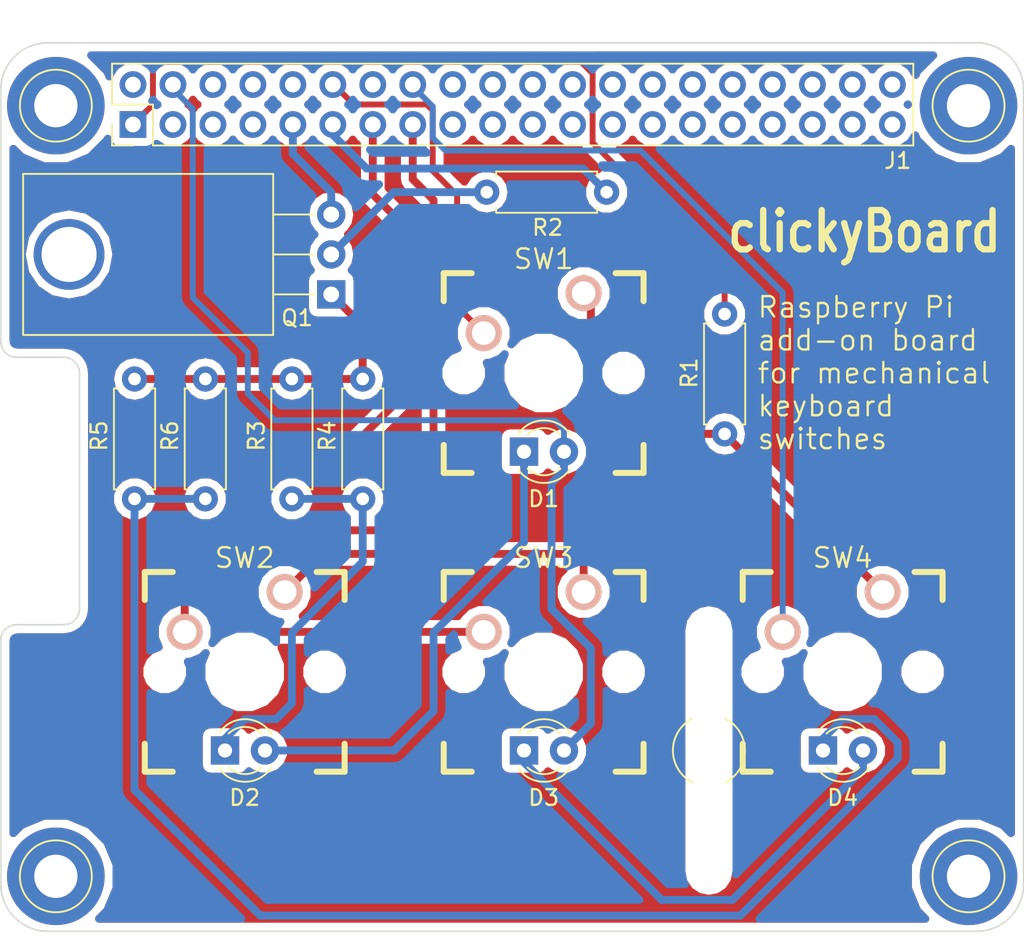
<source format=kicad_pcb>
(kicad_pcb (version 4) (host pcbnew 4.0.6)

  (general
    (links 24)
    (no_connects 0)
    (area 84.949999 79.949999 150.050001 136.550001)
    (thickness 1.6)
    (drawings 18)
    (tracks 113)
    (zones 0)
    (modules 21)
    (nets 48)
  )

  (page A4)
  (title_block
    (title "Clicky HAT PCB")
    (date 2017-07-19)
    (rev 0.2)
  )

  (layers
    (0 F.Cu signal)
    (31 B.Cu signal)
    (32 B.Adhes user)
    (33 F.Adhes user)
    (34 B.Paste user)
    (35 F.Paste user)
    (36 B.SilkS user)
    (37 F.SilkS user)
    (38 B.Mask user)
    (39 F.Mask user)
    (40 Dwgs.User user)
    (41 Cmts.User user)
    (42 Eco1.User user)
    (43 Eco2.User user)
    (44 Edge.Cuts user)
    (45 Margin user)
    (46 B.CrtYd user)
    (47 F.CrtYd user)
    (48 B.Fab user)
    (49 F.Fab user)
  )

  (setup
    (last_trace_width 0.25)
    (user_trace_width 0.375)
    (user_trace_width 0.5)
    (trace_clearance 0.2)
    (zone_clearance 0.5)
    (zone_45_only no)
    (trace_min 0.2)
    (segment_width 0.2)
    (edge_width 0.1)
    (via_size 0.7)
    (via_drill 0.5)
    (via_min_size 0.4)
    (via_min_drill 0.3)
    (uvia_size 0.3)
    (uvia_drill 0.1)
    (uvias_allowed no)
    (uvia_min_size 0.2)
    (uvia_min_drill 0.1)
    (pcb_text_width 0.3)
    (pcb_text_size 1.5 1.5)
    (mod_edge_width 0.15)
    (mod_text_size 1 1)
    (mod_text_width 0.15)
    (pad_size 4.5 4.5)
    (pad_drill 3.5)
    (pad_to_mask_clearance 0)
    (aux_axis_origin 0 0)
    (visible_elements 7FFFFFFF)
    (pcbplotparams
      (layerselection 0x010f0_80000001)
      (usegerberextensions true)
      (excludeedgelayer true)
      (linewidth 0.100000)
      (plotframeref false)
      (viasonmask false)
      (mode 1)
      (useauxorigin false)
      (hpglpennumber 1)
      (hpglpenspeed 20)
      (hpglpendiameter 15)
      (hpglpenoverlay 2)
      (psnegative false)
      (psa4output false)
      (plotreference true)
      (plotvalue true)
      (plotinvisibletext false)
      (padsonsilk false)
      (subtractmaskfromsilk false)
      (outputformat 1)
      (mirror false)
      (drillshape 0)
      (scaleselection 1)
      (outputdirectory Gerber/))
  )

  (net 0 "")
  (net 1 "Net-(D1-Pad1)")
  (net 2 "Net-(D1-Pad2)")
  (net 3 "Net-(D2-Pad1)")
  (net 4 "Net-(D3-Pad1)")
  (net 5 "Net-(D4-Pad1)")
  (net 6 "Net-(J1-Pad1)")
  (net 7 "Net-(J1-Pad2)")
  (net 8 "Net-(J1-Pad3)")
  (net 9 "Net-(J1-Pad5)")
  (net 10 "Net-(J1-Pad6)")
  (net 11 "Net-(J1-Pad7)")
  (net 12 "Net-(J1-Pad8)")
  (net 13 "Net-(J1-Pad10)")
  (net 14 "Net-(J1-Pad11)")
  (net 15 "Net-(J1-Pad12)")
  (net 16 "Net-(J1-Pad13)")
  (net 17 "Net-(J1-Pad14)")
  (net 18 "Net-(J1-Pad15)")
  (net 19 "Net-(J1-Pad16)")
  (net 20 "Net-(J1-Pad17)")
  (net 21 "Net-(J1-Pad18)")
  (net 22 "Net-(J1-Pad19)")
  (net 23 "Net-(J1-Pad20)")
  (net 24 "Net-(J1-Pad21)")
  (net 25 "Net-(J1-Pad22)")
  (net 26 "Net-(J1-Pad23)")
  (net 27 "Net-(J1-Pad24)")
  (net 28 "Net-(J1-Pad25)")
  (net 29 "Net-(J1-Pad26)")
  (net 30 "Net-(J1-Pad27)")
  (net 31 "Net-(J1-Pad28)")
  (net 32 "Net-(J1-Pad29)")
  (net 33 "Net-(J1-Pad30)")
  (net 34 "Net-(J1-Pad31)")
  (net 35 "Net-(J1-Pad32)")
  (net 36 "Net-(J1-Pad33)")
  (net 37 "Net-(J1-Pad34)")
  (net 38 "Net-(J1-Pad35)")
  (net 39 "Net-(J1-Pad36)")
  (net 40 "Net-(J1-Pad37)")
  (net 41 "Net-(J1-Pad38)")
  (net 42 "Net-(J1-Pad40)")
  (net 43 "Net-(Q1-Pad1)")
  (net 44 "Net-(R1-Pad2)")
  (net 45 "Net-(Q1-Pad2)")
  (net 46 "Net-(J1-Pad9)")
  (net 47 "Net-(J1-Pad39)")

  (net_class Default "This is the default net class."
    (clearance 0.2)
    (trace_width 0.25)
    (via_dia 0.7)
    (via_drill 0.5)
    (uvia_dia 0.3)
    (uvia_drill 0.1)
    (add_net "Net-(D1-Pad1)")
    (add_net "Net-(D1-Pad2)")
    (add_net "Net-(D2-Pad1)")
    (add_net "Net-(D3-Pad1)")
    (add_net "Net-(D4-Pad1)")
    (add_net "Net-(J1-Pad1)")
    (add_net "Net-(J1-Pad10)")
    (add_net "Net-(J1-Pad11)")
    (add_net "Net-(J1-Pad12)")
    (add_net "Net-(J1-Pad13)")
    (add_net "Net-(J1-Pad14)")
    (add_net "Net-(J1-Pad15)")
    (add_net "Net-(J1-Pad16)")
    (add_net "Net-(J1-Pad17)")
    (add_net "Net-(J1-Pad18)")
    (add_net "Net-(J1-Pad19)")
    (add_net "Net-(J1-Pad2)")
    (add_net "Net-(J1-Pad20)")
    (add_net "Net-(J1-Pad21)")
    (add_net "Net-(J1-Pad22)")
    (add_net "Net-(J1-Pad23)")
    (add_net "Net-(J1-Pad24)")
    (add_net "Net-(J1-Pad25)")
    (add_net "Net-(J1-Pad26)")
    (add_net "Net-(J1-Pad27)")
    (add_net "Net-(J1-Pad28)")
    (add_net "Net-(J1-Pad29)")
    (add_net "Net-(J1-Pad3)")
    (add_net "Net-(J1-Pad30)")
    (add_net "Net-(J1-Pad31)")
    (add_net "Net-(J1-Pad32)")
    (add_net "Net-(J1-Pad33)")
    (add_net "Net-(J1-Pad34)")
    (add_net "Net-(J1-Pad35)")
    (add_net "Net-(J1-Pad36)")
    (add_net "Net-(J1-Pad37)")
    (add_net "Net-(J1-Pad38)")
    (add_net "Net-(J1-Pad39)")
    (add_net "Net-(J1-Pad40)")
    (add_net "Net-(J1-Pad5)")
    (add_net "Net-(J1-Pad6)")
    (add_net "Net-(J1-Pad7)")
    (add_net "Net-(J1-Pad8)")
    (add_net "Net-(J1-Pad9)")
    (add_net "Net-(Q1-Pad1)")
    (add_net "Net-(Q1-Pad2)")
    (add_net "Net-(R1-Pad2)")
  )

  (module Connectors:1pin (layer F.Cu) (tedit 596FED8E) (tstamp 596FEEFC)
    (at 130 125)
    (descr "module 1 pin (ou trou mecanique de percage)")
    (tags DEV)
    (fp_text reference CAM (at 0 -3.048) (layer F.SilkS) hide
      (effects (font (size 1 1) (thickness 0.15)))
    )
    (fp_text value 1pin (at 0 3) (layer F.Fab)
      (effects (font (size 1 1) (thickness 0.15)))
    )
    (fp_circle (center 0 0) (end 2 0.8) (layer F.Fab) (width 0.1))
    (fp_circle (center 0 0) (end 2.6 0) (layer F.CrtYd) (width 0.05))
    (fp_circle (center 0 0) (end 0 -2.286) (layer F.SilkS) (width 0.12))
    (pad "" np_thru_hole oval (at 0 0) (size 2 17) (drill oval 2 17) (layers *.Cu *.Mask))
  )

  (module TO_SOT_Packages_THT:TO-220_Horizontal (layer F.Cu) (tedit 59709C98) (tstamp 596FB424)
    (at 106 96 90)
    (descr "TO-220, Horizontal, RM 2.54mm")
    (tags "TO-220 Horizontal RM 2.54mm")
    (path /596FD715)
    (fp_text reference Q1 (at 9 -19 180) (layer F.SilkS) hide
      (effects (font (size 1 1) (thickness 0.15)))
    )
    (fp_text value BS170 (at 2.504 -2.172 90) (layer F.Fab)
      (effects (font (size 1 1) (thickness 0.15)))
    )
    (fp_text user %R (at -1.496 -2.172 180) (layer F.SilkS)
      (effects (font (size 1 1) (thickness 0.15)))
    )
    (fp_line (start -2.46 -13.06) (end -2.46 -19.46) (layer F.Fab) (width 0.1))
    (fp_line (start -2.46 -19.46) (end 7.54 -19.46) (layer F.Fab) (width 0.1))
    (fp_line (start 7.54 -19.46) (end 7.54 -13.06) (layer F.Fab) (width 0.1))
    (fp_line (start 7.54 -13.06) (end -2.46 -13.06) (layer F.Fab) (width 0.1))
    (fp_line (start -2.46 -3.81) (end -2.46 -13.06) (layer F.Fab) (width 0.1))
    (fp_line (start -2.46 -13.06) (end 7.54 -13.06) (layer F.Fab) (width 0.1))
    (fp_line (start 7.54 -13.06) (end 7.54 -3.81) (layer F.Fab) (width 0.1))
    (fp_line (start 7.54 -3.81) (end -2.46 -3.81) (layer F.Fab) (width 0.1))
    (fp_line (start 0 -3.81) (end 0 0) (layer F.Fab) (width 0.1))
    (fp_line (start 2.54 -3.81) (end 2.54 0) (layer F.Fab) (width 0.1))
    (fp_line (start 5.08 -3.81) (end 5.08 0) (layer F.Fab) (width 0.1))
    (fp_line (start -2.58 -3.69) (end 7.66 -3.69) (layer F.SilkS) (width 0.12))
    (fp_line (start -2.58 -19.58) (end 7.66 -19.58) (layer F.SilkS) (width 0.12))
    (fp_line (start -2.58 -19.58) (end -2.58 -3.69) (layer F.SilkS) (width 0.12))
    (fp_line (start 7.66 -19.58) (end 7.66 -3.69) (layer F.SilkS) (width 0.12))
    (fp_line (start 0 -3.69) (end 0 -1.05) (layer F.SilkS) (width 0.12))
    (fp_line (start 2.54 -3.69) (end 2.54 -1.066) (layer F.SilkS) (width 0.12))
    (fp_line (start 5.08 -3.69) (end 5.08 -1.066) (layer F.SilkS) (width 0.12))
    (fp_line (start -2.71 -19.71) (end -2.71 1.15) (layer F.CrtYd) (width 0.05))
    (fp_line (start -2.71 1.15) (end 7.79 1.15) (layer F.CrtYd) (width 0.05))
    (fp_line (start 7.79 1.15) (end 7.79 -19.71) (layer F.CrtYd) (width 0.05))
    (fp_line (start 7.79 -19.71) (end -2.71 -19.71) (layer F.CrtYd) (width 0.05))
    (fp_circle (center 2.54 -16.66) (end 4.39 -16.66) (layer F.Fab) (width 0.1))
    (pad "" thru_hole oval (at 2.54 -16.66 90) (size 4.5 4.5) (drill 3.5) (layers *.Cu *.Mask))
    (pad 1 thru_hole rect (at 0 0 90) (size 1.8 1.8) (drill 1) (layers *.Cu *.Mask)
      (net 43 "Net-(Q1-Pad1)"))
    (pad 2 thru_hole oval (at 2.54 0 90) (size 1.8 1.8) (drill 1) (layers *.Cu *.Mask)
      (net 45 "Net-(Q1-Pad2)"))
    (pad 3 thru_hole oval (at 5.08 0 90) (size 1.8 1.8) (drill 1) (layers *.Cu *.Mask)
      (net 46 "Net-(J1-Pad9)"))
    (model ${KISYS3DMOD}/TO_SOT_Packages_THT.3dshapes/TO-220_Horizontal.wrl
      (at (xyz 0.1 0 0))
      (scale (xyz 0.393701 0.393701 0.393701))
      (rotate (xyz 0 0 0))
    )
  )

  (module Connectors:1pin (layer F.Cu) (tedit 596FCADB) (tstamp 596FBF82)
    (at 88.5 133)
    (descr "module 1 pin (ou trou mecanique de percage)")
    (tags DEV)
    (fp_text reference MNT3 (at 0 -3.048) (layer F.SilkS) hide
      (effects (font (size 1 1) (thickness 0.15)))
    )
    (fp_text value 1pin (at 0 3) (layer F.Fab)
      (effects (font (size 1 1) (thickness 0.15)))
    )
    (fp_circle (center 0 0) (end 2 0.8) (layer F.Fab) (width 0.1))
    (fp_circle (center 0 0) (end 2.6 0) (layer F.CrtYd) (width 0.05))
    (fp_circle (center 0 0) (end 0 -2.286) (layer F.SilkS) (width 0.12))
    (pad "" np_thru_hole circle (at 0 0) (size 6.2 6.2) (drill 2.75) (layers *.Cu *.Mask))
  )

  (module Connectors:1pin (layer F.Cu) (tedit 596FCAE3) (tstamp 596FBF72)
    (at 146.5 133)
    (descr "module 1 pin (ou trou mecanique de percage)")
    (tags DEV)
    (fp_text reference MNT4 (at 0 -3.048) (layer F.SilkS) hide
      (effects (font (size 1 1) (thickness 0.15)))
    )
    (fp_text value 1pin (at 0 3) (layer F.Fab)
      (effects (font (size 1 1) (thickness 0.15)))
    )
    (fp_circle (center 0 0) (end 2 0.8) (layer F.Fab) (width 0.1))
    (fp_circle (center 0 0) (end 2.6 0) (layer F.CrtYd) (width 0.05))
    (fp_circle (center 0 0) (end 0 -2.286) (layer F.SilkS) (width 0.12))
    (pad "" np_thru_hole circle (at 0 0) (size 6.2 6.2) (drill 2.75) (layers *.Cu *.Mask))
  )

  (module Connectors:1pin (layer F.Cu) (tedit 596FCAD1) (tstamp 596FBF6A)
    (at 146.5 84)
    (descr "module 1 pin (ou trou mecanique de percage)")
    (tags DEV)
    (fp_text reference MNT2 (at 0 -3.048) (layer F.SilkS) hide
      (effects (font (size 1 1) (thickness 0.15)))
    )
    (fp_text value 1pin (at 0 3) (layer F.Fab)
      (effects (font (size 1 1) (thickness 0.15)))
    )
    (fp_circle (center 0 0) (end 2 0.8) (layer F.Fab) (width 0.1))
    (fp_circle (center 0 0) (end 2.6 0) (layer F.CrtYd) (width 0.05))
    (fp_circle (center 0 0) (end 0 -2.286) (layer F.SilkS) (width 0.12))
    (pad "" np_thru_hole circle (at 0 0) (size 6.2 6.2) (drill 2.75) (layers *.Cu *.Mask))
  )

  (module LEDs:LED_D3.0mm (layer F.Cu) (tedit 596FE462) (tstamp 596FB3DE)
    (at 118.25 106)
    (descr "LED, diameter 3.0mm, 2 pins")
    (tags "LED diameter 3.0mm 2 pins")
    (path /596FE656)
    (fp_text reference D1 (at 1.25 3) (layer F.SilkS)
      (effects (font (size 1 1) (thickness 0.15)))
    )
    (fp_text value LED (at 4.75 0) (layer F.Fab)
      (effects (font (size 1 1) (thickness 0.15)))
    )
    (fp_arc (start 1.27 0) (end -0.23 -1.16619) (angle 284.3) (layer F.Fab) (width 0.1))
    (fp_arc (start 1.27 0) (end -0.29 -1.235516) (angle 108.8) (layer F.SilkS) (width 0.12))
    (fp_arc (start 1.27 0) (end -0.29 1.235516) (angle -108.8) (layer F.SilkS) (width 0.12))
    (fp_arc (start 1.27 0) (end 0.229039 -1.08) (angle 87.9) (layer F.SilkS) (width 0.12))
    (fp_arc (start 1.27 0) (end 0.229039 1.08) (angle -87.9) (layer F.SilkS) (width 0.12))
    (fp_circle (center 1.27 0) (end 2.77 0) (layer F.Fab) (width 0.1))
    (fp_line (start -0.23 -1.16619) (end -0.23 1.16619) (layer F.Fab) (width 0.1))
    (fp_line (start -0.29 -1.236) (end -0.29 -1.08) (layer F.SilkS) (width 0.12))
    (fp_line (start -0.29 1.08) (end -0.29 1.236) (layer F.SilkS) (width 0.12))
    (fp_line (start -1.15 -2.25) (end -1.15 2.25) (layer F.CrtYd) (width 0.05))
    (fp_line (start -1.15 2.25) (end 3.7 2.25) (layer F.CrtYd) (width 0.05))
    (fp_line (start 3.7 2.25) (end 3.7 -2.25) (layer F.CrtYd) (width 0.05))
    (fp_line (start 3.7 -2.25) (end -1.15 -2.25) (layer F.CrtYd) (width 0.05))
    (pad 1 thru_hole rect (at 0 0) (size 1.8 1.8) (drill 0.9) (layers *.Cu *.Mask)
      (net 1 "Net-(D1-Pad1)"))
    (pad 2 thru_hole circle (at 2.54 0) (size 1.8 1.8) (drill 0.9) (layers *.Cu *.Mask)
      (net 2 "Net-(D1-Pad2)"))
    (model ${KISYS3DMOD}/LEDs.3dshapes/LED_D3.0mm.wrl
      (at (xyz 0 0 0))
      (scale (xyz 0.393701 0.393701 0.393701))
      (rotate (xyz 0 0 0))
    )
  )

  (module LEDs:LED_D3.0mm (layer F.Cu) (tedit 596FE469) (tstamp 596FB3E4)
    (at 99.25 125)
    (descr "LED, diameter 3.0mm, 2 pins")
    (tags "LED diameter 3.0mm 2 pins")
    (path /596FE6CE)
    (fp_text reference D2 (at 1.25 3) (layer F.SilkS)
      (effects (font (size 1 1) (thickness 0.15)))
    )
    (fp_text value LED (at 4.75 0) (layer F.Fab)
      (effects (font (size 1 1) (thickness 0.15)))
    )
    (fp_arc (start 1.27 0) (end -0.23 -1.16619) (angle 284.3) (layer F.Fab) (width 0.1))
    (fp_arc (start 1.27 0) (end -0.29 -1.235516) (angle 108.8) (layer F.SilkS) (width 0.12))
    (fp_arc (start 1.27 0) (end -0.29 1.235516) (angle -108.8) (layer F.SilkS) (width 0.12))
    (fp_arc (start 1.27 0) (end 0.229039 -1.08) (angle 87.9) (layer F.SilkS) (width 0.12))
    (fp_arc (start 1.27 0) (end 0.229039 1.08) (angle -87.9) (layer F.SilkS) (width 0.12))
    (fp_circle (center 1.27 0) (end 2.77 0) (layer F.Fab) (width 0.1))
    (fp_line (start -0.23 -1.16619) (end -0.23 1.16619) (layer F.Fab) (width 0.1))
    (fp_line (start -0.29 -1.236) (end -0.29 -1.08) (layer F.SilkS) (width 0.12))
    (fp_line (start -0.29 1.08) (end -0.29 1.236) (layer F.SilkS) (width 0.12))
    (fp_line (start -1.15 -2.25) (end -1.15 2.25) (layer F.CrtYd) (width 0.05))
    (fp_line (start -1.15 2.25) (end 3.7 2.25) (layer F.CrtYd) (width 0.05))
    (fp_line (start 3.7 2.25) (end 3.7 -2.25) (layer F.CrtYd) (width 0.05))
    (fp_line (start 3.7 -2.25) (end -1.15 -2.25) (layer F.CrtYd) (width 0.05))
    (pad 1 thru_hole rect (at 0 0) (size 1.8 1.8) (drill 0.9) (layers *.Cu *.Mask)
      (net 3 "Net-(D2-Pad1)"))
    (pad 2 thru_hole circle (at 2.54 0) (size 1.8 1.8) (drill 0.9) (layers *.Cu *.Mask)
      (net 1 "Net-(D1-Pad1)"))
    (model ${KISYS3DMOD}/LEDs.3dshapes/LED_D3.0mm.wrl
      (at (xyz 0 0 0))
      (scale (xyz 0.393701 0.393701 0.393701))
      (rotate (xyz 0 0 0))
    )
  )

  (module LEDs:LED_D3.0mm (layer F.Cu) (tedit 596FE470) (tstamp 596FB3EA)
    (at 118.25 125)
    (descr "LED, diameter 3.0mm, 2 pins")
    (tags "LED diameter 3.0mm 2 pins")
    (path /596FE716)
    (fp_text reference D3 (at 1.25 3) (layer F.SilkS)
      (effects (font (size 1 1) (thickness 0.15)))
    )
    (fp_text value LED (at 4.75 0) (layer F.Fab)
      (effects (font (size 1 1) (thickness 0.15)))
    )
    (fp_arc (start 1.27 0) (end -0.23 -1.16619) (angle 284.3) (layer F.Fab) (width 0.1))
    (fp_arc (start 1.27 0) (end -0.29 -1.235516) (angle 108.8) (layer F.SilkS) (width 0.12))
    (fp_arc (start 1.27 0) (end -0.29 1.235516) (angle -108.8) (layer F.SilkS) (width 0.12))
    (fp_arc (start 1.27 0) (end 0.229039 -1.08) (angle 87.9) (layer F.SilkS) (width 0.12))
    (fp_arc (start 1.27 0) (end 0.229039 1.08) (angle -87.9) (layer F.SilkS) (width 0.12))
    (fp_circle (center 1.27 0) (end 2.77 0) (layer F.Fab) (width 0.1))
    (fp_line (start -0.23 -1.16619) (end -0.23 1.16619) (layer F.Fab) (width 0.1))
    (fp_line (start -0.29 -1.236) (end -0.29 -1.08) (layer F.SilkS) (width 0.12))
    (fp_line (start -0.29 1.08) (end -0.29 1.236) (layer F.SilkS) (width 0.12))
    (fp_line (start -1.15 -2.25) (end -1.15 2.25) (layer F.CrtYd) (width 0.05))
    (fp_line (start -1.15 2.25) (end 3.7 2.25) (layer F.CrtYd) (width 0.05))
    (fp_line (start 3.7 2.25) (end 3.7 -2.25) (layer F.CrtYd) (width 0.05))
    (fp_line (start 3.7 -2.25) (end -1.15 -2.25) (layer F.CrtYd) (width 0.05))
    (pad 1 thru_hole rect (at 0 0) (size 1.8 1.8) (drill 0.9) (layers *.Cu *.Mask)
      (net 4 "Net-(D3-Pad1)"))
    (pad 2 thru_hole circle (at 2.54 0) (size 1.8 1.8) (drill 0.9) (layers *.Cu *.Mask)
      (net 2 "Net-(D1-Pad2)"))
    (model ${KISYS3DMOD}/LEDs.3dshapes/LED_D3.0mm.wrl
      (at (xyz 0 0 0))
      (scale (xyz 0.393701 0.393701 0.393701))
      (rotate (xyz 0 0 0))
    )
  )

  (module LEDs:LED_D3.0mm (layer F.Cu) (tedit 596FE475) (tstamp 596FB3F0)
    (at 137.25 125)
    (descr "LED, diameter 3.0mm, 2 pins")
    (tags "LED diameter 3.0mm 2 pins")
    (path /596FE765)
    (fp_text reference D4 (at 1.25 3) (layer F.SilkS)
      (effects (font (size 1 1) (thickness 0.15)))
    )
    (fp_text value LED (at 4.75 0) (layer F.Fab)
      (effects (font (size 1 1) (thickness 0.15)))
    )
    (fp_arc (start 1.27 0) (end -0.23 -1.16619) (angle 284.3) (layer F.Fab) (width 0.1))
    (fp_arc (start 1.27 0) (end -0.29 -1.235516) (angle 108.8) (layer F.SilkS) (width 0.12))
    (fp_arc (start 1.27 0) (end -0.29 1.235516) (angle -108.8) (layer F.SilkS) (width 0.12))
    (fp_arc (start 1.27 0) (end 0.229039 -1.08) (angle 87.9) (layer F.SilkS) (width 0.12))
    (fp_arc (start 1.27 0) (end 0.229039 1.08) (angle -87.9) (layer F.SilkS) (width 0.12))
    (fp_circle (center 1.27 0) (end 2.77 0) (layer F.Fab) (width 0.1))
    (fp_line (start -0.23 -1.16619) (end -0.23 1.16619) (layer F.Fab) (width 0.1))
    (fp_line (start -0.29 -1.236) (end -0.29 -1.08) (layer F.SilkS) (width 0.12))
    (fp_line (start -0.29 1.08) (end -0.29 1.236) (layer F.SilkS) (width 0.12))
    (fp_line (start -1.15 -2.25) (end -1.15 2.25) (layer F.CrtYd) (width 0.05))
    (fp_line (start -1.15 2.25) (end 3.7 2.25) (layer F.CrtYd) (width 0.05))
    (fp_line (start 3.7 2.25) (end 3.7 -2.25) (layer F.CrtYd) (width 0.05))
    (fp_line (start 3.7 -2.25) (end -1.15 -2.25) (layer F.CrtYd) (width 0.05))
    (pad 1 thru_hole rect (at 0 0) (size 1.8 1.8) (drill 0.9) (layers *.Cu *.Mask)
      (net 5 "Net-(D4-Pad1)"))
    (pad 2 thru_hole circle (at 2.54 0) (size 1.8 1.8) (drill 0.9) (layers *.Cu *.Mask)
      (net 4 "Net-(D3-Pad1)"))
    (model ${KISYS3DMOD}/LEDs.3dshapes/LED_D3.0mm.wrl
      (at (xyz 0 0 0))
      (scale (xyz 0.393701 0.393701 0.393701))
      (rotate (xyz 0 0 0))
    )
  )

  (module Pin_Headers:Pin_Header_Straight_2x20_Pitch2.54mm (layer F.Cu) (tedit 5970995B) (tstamp 596FB41C)
    (at 93.4 85.2 90)
    (descr "Through hole straight pin header, 2x20, 2.54mm pitch, double rows")
    (tags "Through hole pin header THT 2x20 2.54mm double row")
    (path /596FB678)
    (fp_text reference J1 (at 1.27 -2.33 90) (layer F.SilkS) hide
      (effects (font (size 1 1) (thickness 0.15)))
    )
    (fp_text value Raspberry_Pi_2_3 (at 1.27 50.59 90) (layer F.Fab)
      (effects (font (size 1 1) (thickness 0.15)))
    )
    (fp_line (start 0 -1.27) (end 3.81 -1.27) (layer F.Fab) (width 0.1))
    (fp_line (start 3.81 -1.27) (end 3.81 49.53) (layer F.Fab) (width 0.1))
    (fp_line (start 3.81 49.53) (end -1.27 49.53) (layer F.Fab) (width 0.1))
    (fp_line (start -1.27 49.53) (end -1.27 0) (layer F.Fab) (width 0.1))
    (fp_line (start -1.27 0) (end 0 -1.27) (layer F.Fab) (width 0.1))
    (fp_line (start -1.33 49.59) (end 3.87 49.59) (layer F.SilkS) (width 0.12))
    (fp_line (start -1.33 1.27) (end -1.33 49.59) (layer F.SilkS) (width 0.12))
    (fp_line (start 3.87 -1.33) (end 3.87 49.59) (layer F.SilkS) (width 0.12))
    (fp_line (start -1.33 1.27) (end 1.27 1.27) (layer F.SilkS) (width 0.12))
    (fp_line (start 1.27 1.27) (end 1.27 -1.33) (layer F.SilkS) (width 0.12))
    (fp_line (start 1.27 -1.33) (end 3.87 -1.33) (layer F.SilkS) (width 0.12))
    (fp_line (start -1.33 0) (end -1.33 -1.33) (layer F.SilkS) (width 0.12))
    (fp_line (start -1.33 -1.33) (end 0 -1.33) (layer F.SilkS) (width 0.12))
    (fp_line (start -1.8 -1.8) (end -1.8 50.05) (layer F.CrtYd) (width 0.05))
    (fp_line (start -1.8 50.05) (end 4.35 50.05) (layer F.CrtYd) (width 0.05))
    (fp_line (start 4.35 50.05) (end 4.35 -1.8) (layer F.CrtYd) (width 0.05))
    (fp_line (start 4.35 -1.8) (end -1.8 -1.8) (layer F.CrtYd) (width 0.05))
    (fp_text user %R (at -2.3 48.6 180) (layer F.SilkS)
      (effects (font (size 1 1) (thickness 0.15)))
    )
    (pad 1 thru_hole rect (at 0 0 90) (size 1.7 1.7) (drill 1) (layers *.Cu *.Mask)
      (net 6 "Net-(J1-Pad1)"))
    (pad 2 thru_hole oval (at 2.54 0 90) (size 1.7 1.7) (drill 1) (layers *.Cu *.Mask)
      (net 7 "Net-(J1-Pad2)"))
    (pad 3 thru_hole oval (at 0 2.54 90) (size 1.7 1.7) (drill 1) (layers *.Cu *.Mask)
      (net 8 "Net-(J1-Pad3)"))
    (pad 4 thru_hole oval (at 2.54 2.54 90) (size 1.7 1.7) (drill 1) (layers *.Cu *.Mask)
      (net 2 "Net-(D1-Pad2)"))
    (pad 5 thru_hole oval (at 0 5.08 90) (size 1.7 1.7) (drill 1) (layers *.Cu *.Mask)
      (net 9 "Net-(J1-Pad5)"))
    (pad 6 thru_hole oval (at 2.54 5.08 90) (size 1.7 1.7) (drill 1) (layers *.Cu *.Mask)
      (net 10 "Net-(J1-Pad6)"))
    (pad 7 thru_hole oval (at 0 7.62 90) (size 1.7 1.7) (drill 1) (layers *.Cu *.Mask)
      (net 11 "Net-(J1-Pad7)"))
    (pad 8 thru_hole oval (at 2.54 7.62 90) (size 1.7 1.7) (drill 1) (layers *.Cu *.Mask)
      (net 12 "Net-(J1-Pad8)"))
    (pad 9 thru_hole oval (at 0 10.16 90) (size 1.7 1.7) (drill 1) (layers *.Cu *.Mask)
      (net 46 "Net-(J1-Pad9)"))
    (pad 10 thru_hole oval (at 2.54 10.16 90) (size 1.7 1.7) (drill 1) (layers *.Cu *.Mask)
      (net 13 "Net-(J1-Pad10)"))
    (pad 11 thru_hole oval (at 0 12.7 90) (size 1.7 1.7) (drill 1) (layers *.Cu *.Mask)
      (net 14 "Net-(J1-Pad11)"))
    (pad 12 thru_hole oval (at 2.54 12.7 90) (size 1.7 1.7) (drill 1) (layers *.Cu *.Mask)
      (net 15 "Net-(J1-Pad12)"))
    (pad 13 thru_hole oval (at 0 15.24 90) (size 1.7 1.7) (drill 1) (layers *.Cu *.Mask)
      (net 16 "Net-(J1-Pad13)"))
    (pad 14 thru_hole oval (at 2.54 15.24 90) (size 1.7 1.7) (drill 1) (layers *.Cu *.Mask)
      (net 17 "Net-(J1-Pad14)"))
    (pad 15 thru_hole oval (at 0 17.78 90) (size 1.7 1.7) (drill 1) (layers *.Cu *.Mask)
      (net 18 "Net-(J1-Pad15)"))
    (pad 16 thru_hole oval (at 2.54 17.78 90) (size 1.7 1.7) (drill 1) (layers *.Cu *.Mask)
      (net 19 "Net-(J1-Pad16)"))
    (pad 17 thru_hole oval (at 0 20.32 90) (size 1.7 1.7) (drill 1) (layers *.Cu *.Mask)
      (net 20 "Net-(J1-Pad17)"))
    (pad 18 thru_hole oval (at 2.54 20.32 90) (size 1.7 1.7) (drill 1) (layers *.Cu *.Mask)
      (net 21 "Net-(J1-Pad18)"))
    (pad 19 thru_hole oval (at 0 22.86 90) (size 1.7 1.7) (drill 1) (layers *.Cu *.Mask)
      (net 22 "Net-(J1-Pad19)"))
    (pad 20 thru_hole oval (at 2.54 22.86 90) (size 1.7 1.7) (drill 1) (layers *.Cu *.Mask)
      (net 23 "Net-(J1-Pad20)"))
    (pad 21 thru_hole oval (at 0 25.4 90) (size 1.7 1.7) (drill 1) (layers *.Cu *.Mask)
      (net 24 "Net-(J1-Pad21)"))
    (pad 22 thru_hole oval (at 2.54 25.4 90) (size 1.7 1.7) (drill 1) (layers *.Cu *.Mask)
      (net 25 "Net-(J1-Pad22)"))
    (pad 23 thru_hole oval (at 0 27.94 90) (size 1.7 1.7) (drill 1) (layers *.Cu *.Mask)
      (net 26 "Net-(J1-Pad23)"))
    (pad 24 thru_hole oval (at 2.54 27.94 90) (size 1.7 1.7) (drill 1) (layers *.Cu *.Mask)
      (net 27 "Net-(J1-Pad24)"))
    (pad 25 thru_hole oval (at 0 30.48 90) (size 1.7 1.7) (drill 1) (layers *.Cu *.Mask)
      (net 28 "Net-(J1-Pad25)"))
    (pad 26 thru_hole oval (at 2.54 30.48 90) (size 1.7 1.7) (drill 1) (layers *.Cu *.Mask)
      (net 29 "Net-(J1-Pad26)"))
    (pad 27 thru_hole oval (at 0 33.02 90) (size 1.7 1.7) (drill 1) (layers *.Cu *.Mask)
      (net 30 "Net-(J1-Pad27)"))
    (pad 28 thru_hole oval (at 2.54 33.02 90) (size 1.7 1.7) (drill 1) (layers *.Cu *.Mask)
      (net 31 "Net-(J1-Pad28)"))
    (pad 29 thru_hole oval (at 0 35.56 90) (size 1.7 1.7) (drill 1) (layers *.Cu *.Mask)
      (net 32 "Net-(J1-Pad29)"))
    (pad 30 thru_hole oval (at 2.54 35.56 90) (size 1.7 1.7) (drill 1) (layers *.Cu *.Mask)
      (net 33 "Net-(J1-Pad30)"))
    (pad 31 thru_hole oval (at 0 38.1 90) (size 1.7 1.7) (drill 1) (layers *.Cu *.Mask)
      (net 34 "Net-(J1-Pad31)"))
    (pad 32 thru_hole oval (at 2.54 38.1 90) (size 1.7 1.7) (drill 1) (layers *.Cu *.Mask)
      (net 35 "Net-(J1-Pad32)"))
    (pad 33 thru_hole oval (at 0 40.64 90) (size 1.7 1.7) (drill 1) (layers *.Cu *.Mask)
      (net 36 "Net-(J1-Pad33)"))
    (pad 34 thru_hole oval (at 2.54 40.64 90) (size 1.7 1.7) (drill 1) (layers *.Cu *.Mask)
      (net 37 "Net-(J1-Pad34)"))
    (pad 35 thru_hole oval (at 0 43.18 90) (size 1.7 1.7) (drill 1) (layers *.Cu *.Mask)
      (net 38 "Net-(J1-Pad35)"))
    (pad 36 thru_hole oval (at 2.54 43.18 90) (size 1.7 1.7) (drill 1) (layers *.Cu *.Mask)
      (net 39 "Net-(J1-Pad36)"))
    (pad 37 thru_hole oval (at 0 45.72 90) (size 1.7 1.7) (drill 1) (layers *.Cu *.Mask)
      (net 40 "Net-(J1-Pad37)"))
    (pad 38 thru_hole oval (at 2.54 45.72 90) (size 1.7 1.7) (drill 1) (layers *.Cu *.Mask)
      (net 41 "Net-(J1-Pad38)"))
    (pad 39 thru_hole oval (at 0 48.26 90) (size 1.7 1.7) (drill 1) (layers *.Cu *.Mask)
      (net 47 "Net-(J1-Pad39)"))
    (pad 40 thru_hole oval (at 2.54 48.26 90) (size 1.7 1.7) (drill 1) (layers *.Cu *.Mask)
      (net 42 "Net-(J1-Pad40)"))
    (model ${KISYS3DMOD}/Pin_Headers.3dshapes/Pin_Header_Straight_2x20_Pitch2.54mm.wrl
      (at (xyz 0 0 0))
      (scale (xyz 1 1 1))
      (rotate (xyz 0 0 0))
    )
  )

  (module Keyboard:CHERRY_PCB_100H (layer F.Cu) (tedit 59709C4E) (tstamp 596FB475)
    (at 119.5 101)
    (path /596FBABC)
    (fp_text reference SW1 (at 0 -7.25) (layer F.SilkS)
      (effects (font (size 1.25 1.25) (thickness 0.15)))
    )
    (fp_text value SW_Push (at 0 5.08) (layer F.SilkS) hide
      (effects (font (size 1.27 1.524) (thickness 0.2032)))
    )
    (fp_text user 1.00u (at -5.715 8.255) (layer Dwgs.User)
      (effects (font (thickness 0.3048)))
    )
    (fp_line (start -6.35 -6.35) (end 6.35 -6.35) (layer Cmts.User) (width 0.1524))
    (fp_line (start 6.35 -6.35) (end 6.35 6.35) (layer Cmts.User) (width 0.1524))
    (fp_line (start 6.35 6.35) (end -6.35 6.35) (layer Cmts.User) (width 0.1524))
    (fp_line (start -6.35 6.35) (end -6.35 -6.35) (layer Cmts.User) (width 0.1524))
    (fp_line (start -9.398 -9.398) (end 9.398 -9.398) (layer Dwgs.User) (width 0.1524))
    (fp_line (start 9.398 -9.398) (end 9.398 9.398) (layer Dwgs.User) (width 0.1524))
    (fp_line (start 9.398 9.398) (end -9.398 9.398) (layer Dwgs.User) (width 0.1524))
    (fp_line (start -9.398 9.398) (end -9.398 -9.398) (layer Dwgs.User) (width 0.1524))
    (fp_line (start -6.35 -6.35) (end -4.572 -6.35) (layer F.SilkS) (width 0.381))
    (fp_line (start 4.572 -6.35) (end 6.35 -6.35) (layer F.SilkS) (width 0.381))
    (fp_line (start 6.35 -6.35) (end 6.35 -4.572) (layer F.SilkS) (width 0.381))
    (fp_line (start 6.35 4.572) (end 6.35 6.35) (layer F.SilkS) (width 0.381))
    (fp_line (start 6.35 6.35) (end 4.572 6.35) (layer F.SilkS) (width 0.381))
    (fp_line (start -4.572 6.35) (end -6.35 6.35) (layer F.SilkS) (width 0.381))
    (fp_line (start -6.35 6.35) (end -6.35 4.572) (layer F.SilkS) (width 0.381))
    (fp_line (start -6.35 -4.572) (end -6.35 -6.35) (layer F.SilkS) (width 0.381))
    (fp_line (start -6.985 -6.985) (end 6.985 -6.985) (layer Eco2.User) (width 0.1524))
    (fp_line (start 6.985 -6.985) (end 6.985 6.985) (layer Eco2.User) (width 0.1524))
    (fp_line (start 6.985 6.985) (end -6.985 6.985) (layer Eco2.User) (width 0.1524))
    (fp_line (start -6.985 6.985) (end -6.985 -6.985) (layer Eco2.User) (width 0.1524))
    (pad 1 thru_hole circle (at 2.54 -5.08) (size 2.286 2.286) (drill 1.4986) (layers *.Cu *.SilkS *.Mask)
      (net 44 "Net-(R1-Pad2)"))
    (pad 2 thru_hole circle (at -3.81 -2.54) (size 2.286 2.286) (drill 1.4986) (layers *.Cu *.SilkS *.Mask)
      (net 15 "Net-(J1-Pad12)"))
    (pad HOLE np_thru_hole circle (at 0 0) (size 3.9878 3.9878) (drill 3.9878) (layers *.Cu))
    (pad HOLE np_thru_hole circle (at -5.08 0) (size 1.7018 1.7018) (drill 1.7018) (layers *.Cu))
    (pad HOLE np_thru_hole circle (at 5.08 0) (size 1.7018 1.7018) (drill 1.7018) (layers *.Cu))
  )

  (module Keyboard:CHERRY_PCB_100H (layer F.Cu) (tedit 59709C52) (tstamp 596FB47E)
    (at 100.5 120)
    (path /596FBB2D)
    (fp_text reference SW2 (at 0 -7.25) (layer F.SilkS)
      (effects (font (size 1.25 1.25) (thickness 0.15)))
    )
    (fp_text value SW_Push (at 0 5.08) (layer F.SilkS) hide
      (effects (font (size 1.27 1.524) (thickness 0.2032)))
    )
    (fp_text user 1.00u (at -5.715 8.255) (layer Dwgs.User)
      (effects (font (thickness 0.3048)))
    )
    (fp_line (start -6.35 -6.35) (end 6.35 -6.35) (layer Cmts.User) (width 0.1524))
    (fp_line (start 6.35 -6.35) (end 6.35 6.35) (layer Cmts.User) (width 0.1524))
    (fp_line (start 6.35 6.35) (end -6.35 6.35) (layer Cmts.User) (width 0.1524))
    (fp_line (start -6.35 6.35) (end -6.35 -6.35) (layer Cmts.User) (width 0.1524))
    (fp_line (start -9.398 -9.398) (end 9.398 -9.398) (layer Dwgs.User) (width 0.1524))
    (fp_line (start 9.398 -9.398) (end 9.398 9.398) (layer Dwgs.User) (width 0.1524))
    (fp_line (start 9.398 9.398) (end -9.398 9.398) (layer Dwgs.User) (width 0.1524))
    (fp_line (start -9.398 9.398) (end -9.398 -9.398) (layer Dwgs.User) (width 0.1524))
    (fp_line (start -6.35 -6.35) (end -4.572 -6.35) (layer F.SilkS) (width 0.381))
    (fp_line (start 4.572 -6.35) (end 6.35 -6.35) (layer F.SilkS) (width 0.381))
    (fp_line (start 6.35 -6.35) (end 6.35 -4.572) (layer F.SilkS) (width 0.381))
    (fp_line (start 6.35 4.572) (end 6.35 6.35) (layer F.SilkS) (width 0.381))
    (fp_line (start 6.35 6.35) (end 4.572 6.35) (layer F.SilkS) (width 0.381))
    (fp_line (start -4.572 6.35) (end -6.35 6.35) (layer F.SilkS) (width 0.381))
    (fp_line (start -6.35 6.35) (end -6.35 4.572) (layer F.SilkS) (width 0.381))
    (fp_line (start -6.35 -4.572) (end -6.35 -6.35) (layer F.SilkS) (width 0.381))
    (fp_line (start -6.985 -6.985) (end 6.985 -6.985) (layer Eco2.User) (width 0.1524))
    (fp_line (start 6.985 -6.985) (end 6.985 6.985) (layer Eco2.User) (width 0.1524))
    (fp_line (start 6.985 6.985) (end -6.985 6.985) (layer Eco2.User) (width 0.1524))
    (fp_line (start -6.985 6.985) (end -6.985 -6.985) (layer Eco2.User) (width 0.1524))
    (pad 1 thru_hole circle (at 2.54 -5.08) (size 2.286 2.286) (drill 1.4986) (layers *.Cu *.SilkS *.Mask)
      (net 44 "Net-(R1-Pad2)"))
    (pad 2 thru_hole circle (at -3.81 -2.54) (size 2.286 2.286) (drill 1.4986) (layers *.Cu *.SilkS *.Mask)
      (net 16 "Net-(J1-Pad13)"))
    (pad HOLE np_thru_hole circle (at 0 0) (size 3.9878 3.9878) (drill 3.9878) (layers *.Cu))
    (pad HOLE np_thru_hole circle (at -5.08 0) (size 1.7018 1.7018) (drill 1.7018) (layers *.Cu))
    (pad HOLE np_thru_hole circle (at 5.08 0) (size 1.7018 1.7018) (drill 1.7018) (layers *.Cu))
  )

  (module Keyboard:CHERRY_PCB_100H (layer F.Cu) (tedit 59709C55) (tstamp 596FB487)
    (at 119.5 120)
    (path /596FBB58)
    (fp_text reference SW3 (at 0 -7.25) (layer F.SilkS)
      (effects (font (size 1.25 1.25) (thickness 0.15)))
    )
    (fp_text value SW_Push (at 0 5.08) (layer F.SilkS) hide
      (effects (font (size 1.27 1.524) (thickness 0.2032)))
    )
    (fp_text user 1.00u (at -5.715 8.255) (layer Dwgs.User)
      (effects (font (thickness 0.3048)))
    )
    (fp_line (start -6.35 -6.35) (end 6.35 -6.35) (layer Cmts.User) (width 0.1524))
    (fp_line (start 6.35 -6.35) (end 6.35 6.35) (layer Cmts.User) (width 0.1524))
    (fp_line (start 6.35 6.35) (end -6.35 6.35) (layer Cmts.User) (width 0.1524))
    (fp_line (start -6.35 6.35) (end -6.35 -6.35) (layer Cmts.User) (width 0.1524))
    (fp_line (start -9.398 -9.398) (end 9.398 -9.398) (layer Dwgs.User) (width 0.1524))
    (fp_line (start 9.398 -9.398) (end 9.398 9.398) (layer Dwgs.User) (width 0.1524))
    (fp_line (start 9.398 9.398) (end -9.398 9.398) (layer Dwgs.User) (width 0.1524))
    (fp_line (start -9.398 9.398) (end -9.398 -9.398) (layer Dwgs.User) (width 0.1524))
    (fp_line (start -6.35 -6.35) (end -4.572 -6.35) (layer F.SilkS) (width 0.381))
    (fp_line (start 4.572 -6.35) (end 6.35 -6.35) (layer F.SilkS) (width 0.381))
    (fp_line (start 6.35 -6.35) (end 6.35 -4.572) (layer F.SilkS) (width 0.381))
    (fp_line (start 6.35 4.572) (end 6.35 6.35) (layer F.SilkS) (width 0.381))
    (fp_line (start 6.35 6.35) (end 4.572 6.35) (layer F.SilkS) (width 0.381))
    (fp_line (start -4.572 6.35) (end -6.35 6.35) (layer F.SilkS) (width 0.381))
    (fp_line (start -6.35 6.35) (end -6.35 4.572) (layer F.SilkS) (width 0.381))
    (fp_line (start -6.35 -4.572) (end -6.35 -6.35) (layer F.SilkS) (width 0.381))
    (fp_line (start -6.985 -6.985) (end 6.985 -6.985) (layer Eco2.User) (width 0.1524))
    (fp_line (start 6.985 -6.985) (end 6.985 6.985) (layer Eco2.User) (width 0.1524))
    (fp_line (start 6.985 6.985) (end -6.985 6.985) (layer Eco2.User) (width 0.1524))
    (fp_line (start -6.985 6.985) (end -6.985 -6.985) (layer Eco2.User) (width 0.1524))
    (pad 1 thru_hole circle (at 2.54 -5.08) (size 2.286 2.286) (drill 1.4986) (layers *.Cu *.SilkS *.Mask)
      (net 44 "Net-(R1-Pad2)"))
    (pad 2 thru_hole circle (at -3.81 -2.54) (size 2.286 2.286) (drill 1.4986) (layers *.Cu *.SilkS *.Mask)
      (net 18 "Net-(J1-Pad15)"))
    (pad HOLE np_thru_hole circle (at 0 0) (size 3.9878 3.9878) (drill 3.9878) (layers *.Cu))
    (pad HOLE np_thru_hole circle (at -5.08 0) (size 1.7018 1.7018) (drill 1.7018) (layers *.Cu))
    (pad HOLE np_thru_hole circle (at 5.08 0) (size 1.7018 1.7018) (drill 1.7018) (layers *.Cu))
  )

  (module Keyboard:CHERRY_PCB_100H (layer F.Cu) (tedit 59709C58) (tstamp 596FB490)
    (at 138.5 120)
    (path /596FBB82)
    (fp_text reference SW4 (at 0 -7.25) (layer F.SilkS)
      (effects (font (size 1.25 1.25) (thickness 0.15)))
    )
    (fp_text value SW_Push (at 0 5.08) (layer F.SilkS) hide
      (effects (font (size 1.27 1.524) (thickness 0.2032)))
    )
    (fp_text user 1.00u (at -5.715 8.255) (layer Dwgs.User)
      (effects (font (thickness 0.3048)))
    )
    (fp_line (start -6.35 -6.35) (end 6.35 -6.35) (layer Cmts.User) (width 0.1524))
    (fp_line (start 6.35 -6.35) (end 6.35 6.35) (layer Cmts.User) (width 0.1524))
    (fp_line (start 6.35 6.35) (end -6.35 6.35) (layer Cmts.User) (width 0.1524))
    (fp_line (start -6.35 6.35) (end -6.35 -6.35) (layer Cmts.User) (width 0.1524))
    (fp_line (start -9.398 -9.398) (end 9.398 -9.398) (layer Dwgs.User) (width 0.1524))
    (fp_line (start 9.398 -9.398) (end 9.398 9.398) (layer Dwgs.User) (width 0.1524))
    (fp_line (start 9.398 9.398) (end -9.398 9.398) (layer Dwgs.User) (width 0.1524))
    (fp_line (start -9.398 9.398) (end -9.398 -9.398) (layer Dwgs.User) (width 0.1524))
    (fp_line (start -6.35 -6.35) (end -4.572 -6.35) (layer F.SilkS) (width 0.381))
    (fp_line (start 4.572 -6.35) (end 6.35 -6.35) (layer F.SilkS) (width 0.381))
    (fp_line (start 6.35 -6.35) (end 6.35 -4.572) (layer F.SilkS) (width 0.381))
    (fp_line (start 6.35 4.572) (end 6.35 6.35) (layer F.SilkS) (width 0.381))
    (fp_line (start 6.35 6.35) (end 4.572 6.35) (layer F.SilkS) (width 0.381))
    (fp_line (start -4.572 6.35) (end -6.35 6.35) (layer F.SilkS) (width 0.381))
    (fp_line (start -6.35 6.35) (end -6.35 4.572) (layer F.SilkS) (width 0.381))
    (fp_line (start -6.35 -4.572) (end -6.35 -6.35) (layer F.SilkS) (width 0.381))
    (fp_line (start -6.985 -6.985) (end 6.985 -6.985) (layer Eco2.User) (width 0.1524))
    (fp_line (start 6.985 -6.985) (end 6.985 6.985) (layer Eco2.User) (width 0.1524))
    (fp_line (start 6.985 6.985) (end -6.985 6.985) (layer Eco2.User) (width 0.1524))
    (fp_line (start -6.985 6.985) (end -6.985 -6.985) (layer Eco2.User) (width 0.1524))
    (pad 1 thru_hole circle (at 2.54 -5.08) (size 2.286 2.286) (drill 1.4986) (layers *.Cu *.SilkS *.Mask)
      (net 44 "Net-(R1-Pad2)"))
    (pad 2 thru_hole circle (at -3.81 -2.54) (size 2.286 2.286) (drill 1.4986) (layers *.Cu *.SilkS *.Mask)
      (net 19 "Net-(J1-Pad16)"))
    (pad HOLE np_thru_hole circle (at 0 0) (size 3.9878 3.9878) (drill 3.9878) (layers *.Cu))
    (pad HOLE np_thru_hole circle (at -5.08 0) (size 1.7018 1.7018) (drill 1.7018) (layers *.Cu))
    (pad HOLE np_thru_hole circle (at 5.08 0) (size 1.7018 1.7018) (drill 1.7018) (layers *.Cu))
  )

  (module Connectors:1pin (layer F.Cu) (tedit 596FCAAD) (tstamp 596FB769)
    (at 88.5 84)
    (descr "module 1 pin (ou trou mecanique de percage)")
    (tags DEV)
    (fp_text reference MNT1 (at 0 -3.048) (layer F.SilkS) hide
      (effects (font (size 1 1) (thickness 0.15)))
    )
    (fp_text value 1pin (at 0 3) (layer F.Fab)
      (effects (font (size 1 1) (thickness 0.15)))
    )
    (fp_circle (center 0 0) (end 2 0.8) (layer F.Fab) (width 0.1))
    (fp_circle (center 0 0) (end 2.6 0) (layer F.CrtYd) (width 0.05))
    (fp_circle (center 0 0) (end 0 -2.286) (layer F.SilkS) (width 0.12))
    (pad "" np_thru_hole circle (at 0 0) (size 6.2 6.2) (drill 2.75) (layers *.Cu *.Mask))
  )

  (module Resistors_THT:R_Axial_DIN0207_L6.3mm_D2.5mm_P7.62mm_Horizontal (layer F.Cu) (tedit 59709BC9) (tstamp 59709A1F)
    (at 131 97.25 270)
    (descr "Resistor, Axial_DIN0207 series, Axial, Horizontal, pin pitch=7.62mm, 0.25W = 1/4W, length*diameter=6.3*2.5mm^2, http://cdn-reichelt.de/documents/datenblatt/B400/1_4W%23YAG.pdf")
    (tags "Resistor Axial_DIN0207 series Axial Horizontal pin pitch 7.62mm 0.25W = 1/4W length 6.3mm diameter 2.5mm")
    (path /596FB71B)
    (fp_text reference R1 (at 3.75 2.25 270) (layer F.SilkS)
      (effects (font (size 1 1) (thickness 0.15)))
    )
    (fp_text value 1K (at 3.75 0 270) (layer F.Fab)
      (effects (font (size 1 1) (thickness 0.15)))
    )
    (fp_line (start 0.66 -1.25) (end 0.66 1.25) (layer F.Fab) (width 0.1))
    (fp_line (start 0.66 1.25) (end 6.96 1.25) (layer F.Fab) (width 0.1))
    (fp_line (start 6.96 1.25) (end 6.96 -1.25) (layer F.Fab) (width 0.1))
    (fp_line (start 6.96 -1.25) (end 0.66 -1.25) (layer F.Fab) (width 0.1))
    (fp_line (start 0 0) (end 0.66 0) (layer F.Fab) (width 0.1))
    (fp_line (start 7.62 0) (end 6.96 0) (layer F.Fab) (width 0.1))
    (fp_line (start 0.6 -0.98) (end 0.6 -1.31) (layer F.SilkS) (width 0.12))
    (fp_line (start 0.6 -1.31) (end 7.02 -1.31) (layer F.SilkS) (width 0.12))
    (fp_line (start 7.02 -1.31) (end 7.02 -0.98) (layer F.SilkS) (width 0.12))
    (fp_line (start 0.6 0.98) (end 0.6 1.31) (layer F.SilkS) (width 0.12))
    (fp_line (start 0.6 1.31) (end 7.02 1.31) (layer F.SilkS) (width 0.12))
    (fp_line (start 7.02 1.31) (end 7.02 0.98) (layer F.SilkS) (width 0.12))
    (fp_line (start -1.05 -1.6) (end -1.05 1.6) (layer F.CrtYd) (width 0.05))
    (fp_line (start -1.05 1.6) (end 8.7 1.6) (layer F.CrtYd) (width 0.05))
    (fp_line (start 8.7 1.6) (end 8.7 -1.6) (layer F.CrtYd) (width 0.05))
    (fp_line (start 8.7 -1.6) (end -1.05 -1.6) (layer F.CrtYd) (width 0.05))
    (pad 1 thru_hole circle (at 0 0 270) (size 1.6 1.6) (drill 0.8) (layers *.Cu *.Mask)
      (net 6 "Net-(J1-Pad1)"))
    (pad 2 thru_hole oval (at 7.62 0 270) (size 1.6 1.6) (drill 0.8) (layers *.Cu *.Mask)
      (net 44 "Net-(R1-Pad2)"))
    (model Resistors_THT.3dshapes/R_Axial_DIN0207_L6.3mm_D2.5mm_P7.62mm_Horizontal.wrl
      (at (xyz 0 0 0))
      (scale (xyz 0.393701 0.393701 0.393701))
      (rotate (xyz 0 0 0))
    )
  )

  (module Resistors_THT:R_Axial_DIN0207_L6.3mm_D2.5mm_P7.62mm_Horizontal (layer F.Cu) (tedit 59709BD0) (tstamp 59709A35)
    (at 123.5 89.5 180)
    (descr "Resistor, Axial_DIN0207 series, Axial, Horizontal, pin pitch=7.62mm, 0.25W = 1/4W, length*diameter=6.3*2.5mm^2, http://cdn-reichelt.de/documents/datenblatt/B400/1_4W%23YAG.pdf")
    (tags "Resistor Axial_DIN0207 series Axial Horizontal pin pitch 7.62mm 0.25W = 1/4W length 6.3mm diameter 2.5mm")
    (path /597017F5)
    (fp_text reference R2 (at 3.75 -2.25 180) (layer F.SilkS)
      (effects (font (size 1 1) (thickness 0.15)))
    )
    (fp_text value 1K (at 3.75 0 180) (layer F.Fab)
      (effects (font (size 1 1) (thickness 0.15)))
    )
    (fp_line (start 0.66 -1.25) (end 0.66 1.25) (layer F.Fab) (width 0.1))
    (fp_line (start 0.66 1.25) (end 6.96 1.25) (layer F.Fab) (width 0.1))
    (fp_line (start 6.96 1.25) (end 6.96 -1.25) (layer F.Fab) (width 0.1))
    (fp_line (start 6.96 -1.25) (end 0.66 -1.25) (layer F.Fab) (width 0.1))
    (fp_line (start 0 0) (end 0.66 0) (layer F.Fab) (width 0.1))
    (fp_line (start 7.62 0) (end 6.96 0) (layer F.Fab) (width 0.1))
    (fp_line (start 0.6 -0.98) (end 0.6 -1.31) (layer F.SilkS) (width 0.12))
    (fp_line (start 0.6 -1.31) (end 7.02 -1.31) (layer F.SilkS) (width 0.12))
    (fp_line (start 7.02 -1.31) (end 7.02 -0.98) (layer F.SilkS) (width 0.12))
    (fp_line (start 0.6 0.98) (end 0.6 1.31) (layer F.SilkS) (width 0.12))
    (fp_line (start 0.6 1.31) (end 7.02 1.31) (layer F.SilkS) (width 0.12))
    (fp_line (start 7.02 1.31) (end 7.02 0.98) (layer F.SilkS) (width 0.12))
    (fp_line (start -1.05 -1.6) (end -1.05 1.6) (layer F.CrtYd) (width 0.05))
    (fp_line (start -1.05 1.6) (end 8.7 1.6) (layer F.CrtYd) (width 0.05))
    (fp_line (start 8.7 1.6) (end 8.7 -1.6) (layer F.CrtYd) (width 0.05))
    (fp_line (start 8.7 -1.6) (end -1.05 -1.6) (layer F.CrtYd) (width 0.05))
    (pad 1 thru_hole circle (at 0 0 180) (size 1.6 1.6) (drill 0.8) (layers *.Cu *.Mask)
      (net 14 "Net-(J1-Pad11)"))
    (pad 2 thru_hole oval (at 7.62 0 180) (size 1.6 1.6) (drill 0.8) (layers *.Cu *.Mask)
      (net 45 "Net-(Q1-Pad2)"))
    (model Resistors_THT.3dshapes/R_Axial_DIN0207_L6.3mm_D2.5mm_P7.62mm_Horizontal.wrl
      (at (xyz 0 0 0))
      (scale (xyz 0.393701 0.393701 0.393701))
      (rotate (xyz 0 0 0))
    )
  )

  (module Resistors_THT:R_Axial_DIN0207_L6.3mm_D2.5mm_P7.62mm_Horizontal (layer F.Cu) (tedit 59709B42) (tstamp 59709A4B)
    (at 103.5 109 90)
    (descr "Resistor, Axial_DIN0207 series, Axial, Horizontal, pin pitch=7.62mm, 0.25W = 1/4W, length*diameter=6.3*2.5mm^2, http://cdn-reichelt.de/documents/datenblatt/B400/1_4W%23YAG.pdf")
    (tags "Resistor Axial_DIN0207 series Axial Horizontal pin pitch 7.62mm 0.25W = 1/4W length 6.3mm diameter 2.5mm")
    (path /596FEDB1)
    (fp_text reference R3 (at 4 -2.25 90) (layer F.SilkS)
      (effects (font (size 1 1) (thickness 0.15)))
    )
    (fp_text value 100 (at 4 0 90) (layer F.Fab)
      (effects (font (size 1 1) (thickness 0.15)))
    )
    (fp_line (start 0.66 -1.25) (end 0.66 1.25) (layer F.Fab) (width 0.1))
    (fp_line (start 0.66 1.25) (end 6.96 1.25) (layer F.Fab) (width 0.1))
    (fp_line (start 6.96 1.25) (end 6.96 -1.25) (layer F.Fab) (width 0.1))
    (fp_line (start 6.96 -1.25) (end 0.66 -1.25) (layer F.Fab) (width 0.1))
    (fp_line (start 0 0) (end 0.66 0) (layer F.Fab) (width 0.1))
    (fp_line (start 7.62 0) (end 6.96 0) (layer F.Fab) (width 0.1))
    (fp_line (start 0.6 -0.98) (end 0.6 -1.31) (layer F.SilkS) (width 0.12))
    (fp_line (start 0.6 -1.31) (end 7.02 -1.31) (layer F.SilkS) (width 0.12))
    (fp_line (start 7.02 -1.31) (end 7.02 -0.98) (layer F.SilkS) (width 0.12))
    (fp_line (start 0.6 0.98) (end 0.6 1.31) (layer F.SilkS) (width 0.12))
    (fp_line (start 0.6 1.31) (end 7.02 1.31) (layer F.SilkS) (width 0.12))
    (fp_line (start 7.02 1.31) (end 7.02 0.98) (layer F.SilkS) (width 0.12))
    (fp_line (start -1.05 -1.6) (end -1.05 1.6) (layer F.CrtYd) (width 0.05))
    (fp_line (start -1.05 1.6) (end 8.7 1.6) (layer F.CrtYd) (width 0.05))
    (fp_line (start 8.7 1.6) (end 8.7 -1.6) (layer F.CrtYd) (width 0.05))
    (fp_line (start 8.7 -1.6) (end -1.05 -1.6) (layer F.CrtYd) (width 0.05))
    (pad 1 thru_hole circle (at 0 0 90) (size 1.6 1.6) (drill 0.8) (layers *.Cu *.Mask)
      (net 3 "Net-(D2-Pad1)"))
    (pad 2 thru_hole oval (at 7.62 0 90) (size 1.6 1.6) (drill 0.8) (layers *.Cu *.Mask)
      (net 43 "Net-(Q1-Pad1)"))
    (model Resistors_THT.3dshapes/R_Axial_DIN0207_L6.3mm_D2.5mm_P7.62mm_Horizontal.wrl
      (at (xyz 0 0 0))
      (scale (xyz 0.393701 0.393701 0.393701))
      (rotate (xyz 0 0 0))
    )
  )

  (module Resistors_THT:R_Axial_DIN0207_L6.3mm_D2.5mm_P7.62mm_Horizontal (layer F.Cu) (tedit 59709B54) (tstamp 59709A61)
    (at 108 109 90)
    (descr "Resistor, Axial_DIN0207 series, Axial, Horizontal, pin pitch=7.62mm, 0.25W = 1/4W, length*diameter=6.3*2.5mm^2, http://cdn-reichelt.de/documents/datenblatt/B400/1_4W%23YAG.pdf")
    (tags "Resistor Axial_DIN0207 series Axial Horizontal pin pitch 7.62mm 0.25W = 1/4W length 6.3mm diameter 2.5mm")
    (path /596FF538)
    (fp_text reference R4 (at 4 -2.25 90) (layer F.SilkS)
      (effects (font (size 1 1) (thickness 0.15)))
    )
    (fp_text value 100 (at 4 0 90) (layer F.Fab)
      (effects (font (size 1 1) (thickness 0.15)))
    )
    (fp_line (start 0.66 -1.25) (end 0.66 1.25) (layer F.Fab) (width 0.1))
    (fp_line (start 0.66 1.25) (end 6.96 1.25) (layer F.Fab) (width 0.1))
    (fp_line (start 6.96 1.25) (end 6.96 -1.25) (layer F.Fab) (width 0.1))
    (fp_line (start 6.96 -1.25) (end 0.66 -1.25) (layer F.Fab) (width 0.1))
    (fp_line (start 0 0) (end 0.66 0) (layer F.Fab) (width 0.1))
    (fp_line (start 7.62 0) (end 6.96 0) (layer F.Fab) (width 0.1))
    (fp_line (start 0.6 -0.98) (end 0.6 -1.31) (layer F.SilkS) (width 0.12))
    (fp_line (start 0.6 -1.31) (end 7.02 -1.31) (layer F.SilkS) (width 0.12))
    (fp_line (start 7.02 -1.31) (end 7.02 -0.98) (layer F.SilkS) (width 0.12))
    (fp_line (start 0.6 0.98) (end 0.6 1.31) (layer F.SilkS) (width 0.12))
    (fp_line (start 0.6 1.31) (end 7.02 1.31) (layer F.SilkS) (width 0.12))
    (fp_line (start 7.02 1.31) (end 7.02 0.98) (layer F.SilkS) (width 0.12))
    (fp_line (start -1.05 -1.6) (end -1.05 1.6) (layer F.CrtYd) (width 0.05))
    (fp_line (start -1.05 1.6) (end 8.7 1.6) (layer F.CrtYd) (width 0.05))
    (fp_line (start 8.7 1.6) (end 8.7 -1.6) (layer F.CrtYd) (width 0.05))
    (fp_line (start 8.7 -1.6) (end -1.05 -1.6) (layer F.CrtYd) (width 0.05))
    (pad 1 thru_hole circle (at 0 0 90) (size 1.6 1.6) (drill 0.8) (layers *.Cu *.Mask)
      (net 3 "Net-(D2-Pad1)"))
    (pad 2 thru_hole oval (at 7.62 0 90) (size 1.6 1.6) (drill 0.8) (layers *.Cu *.Mask)
      (net 43 "Net-(Q1-Pad1)"))
    (model Resistors_THT.3dshapes/R_Axial_DIN0207_L6.3mm_D2.5mm_P7.62mm_Horizontal.wrl
      (at (xyz 0 0 0))
      (scale (xyz 0.393701 0.393701 0.393701))
      (rotate (xyz 0 0 0))
    )
  )

  (module Resistors_THT:R_Axial_DIN0207_L6.3mm_D2.5mm_P7.62mm_Horizontal (layer F.Cu) (tedit 59709B55) (tstamp 59709A77)
    (at 93.5 109 90)
    (descr "Resistor, Axial_DIN0207 series, Axial, Horizontal, pin pitch=7.62mm, 0.25W = 1/4W, length*diameter=6.3*2.5mm^2, http://cdn-reichelt.de/documents/datenblatt/B400/1_4W%23YAG.pdf")
    (tags "Resistor Axial_DIN0207 series Axial Horizontal pin pitch 7.62mm 0.25W = 1/4W length 6.3mm diameter 2.5mm")
    (path /596FF58B)
    (fp_text reference R5 (at 4 -2.25 90) (layer F.SilkS)
      (effects (font (size 1 1) (thickness 0.15)))
    )
    (fp_text value 100 (at 4 0 90) (layer F.Fab)
      (effects (font (size 1 1) (thickness 0.15)))
    )
    (fp_line (start 0.66 -1.25) (end 0.66 1.25) (layer F.Fab) (width 0.1))
    (fp_line (start 0.66 1.25) (end 6.96 1.25) (layer F.Fab) (width 0.1))
    (fp_line (start 6.96 1.25) (end 6.96 -1.25) (layer F.Fab) (width 0.1))
    (fp_line (start 6.96 -1.25) (end 0.66 -1.25) (layer F.Fab) (width 0.1))
    (fp_line (start 0 0) (end 0.66 0) (layer F.Fab) (width 0.1))
    (fp_line (start 7.62 0) (end 6.96 0) (layer F.Fab) (width 0.1))
    (fp_line (start 0.6 -0.98) (end 0.6 -1.31) (layer F.SilkS) (width 0.12))
    (fp_line (start 0.6 -1.31) (end 7.02 -1.31) (layer F.SilkS) (width 0.12))
    (fp_line (start 7.02 -1.31) (end 7.02 -0.98) (layer F.SilkS) (width 0.12))
    (fp_line (start 0.6 0.98) (end 0.6 1.31) (layer F.SilkS) (width 0.12))
    (fp_line (start 0.6 1.31) (end 7.02 1.31) (layer F.SilkS) (width 0.12))
    (fp_line (start 7.02 1.31) (end 7.02 0.98) (layer F.SilkS) (width 0.12))
    (fp_line (start -1.05 -1.6) (end -1.05 1.6) (layer F.CrtYd) (width 0.05))
    (fp_line (start -1.05 1.6) (end 8.7 1.6) (layer F.CrtYd) (width 0.05))
    (fp_line (start 8.7 1.6) (end 8.7 -1.6) (layer F.CrtYd) (width 0.05))
    (fp_line (start 8.7 -1.6) (end -1.05 -1.6) (layer F.CrtYd) (width 0.05))
    (pad 1 thru_hole circle (at 0 0 90) (size 1.6 1.6) (drill 0.8) (layers *.Cu *.Mask)
      (net 5 "Net-(D4-Pad1)"))
    (pad 2 thru_hole oval (at 7.62 0 90) (size 1.6 1.6) (drill 0.8) (layers *.Cu *.Mask)
      (net 43 "Net-(Q1-Pad1)"))
    (model Resistors_THT.3dshapes/R_Axial_DIN0207_L6.3mm_D2.5mm_P7.62mm_Horizontal.wrl
      (at (xyz 0 0 0))
      (scale (xyz 0.393701 0.393701 0.393701))
      (rotate (xyz 0 0 0))
    )
  )

  (module Resistors_THT:R_Axial_DIN0207_L6.3mm_D2.5mm_P7.62mm_Horizontal (layer F.Cu) (tedit 59709B5D) (tstamp 59709A8D)
    (at 98 109 90)
    (descr "Resistor, Axial_DIN0207 series, Axial, Horizontal, pin pitch=7.62mm, 0.25W = 1/4W, length*diameter=6.3*2.5mm^2, http://cdn-reichelt.de/documents/datenblatt/B400/1_4W%23YAG.pdf")
    (tags "Resistor Axial_DIN0207 series Axial Horizontal pin pitch 7.62mm 0.25W = 1/4W length 6.3mm diameter 2.5mm")
    (path /596FF5DF)
    (fp_text reference R6 (at 4 -2.25 90) (layer F.SilkS)
      (effects (font (size 1 1) (thickness 0.15)))
    )
    (fp_text value 100 (at 4 0 90) (layer F.Fab)
      (effects (font (size 1 1) (thickness 0.15)))
    )
    (fp_line (start 0.66 -1.25) (end 0.66 1.25) (layer F.Fab) (width 0.1))
    (fp_line (start 0.66 1.25) (end 6.96 1.25) (layer F.Fab) (width 0.1))
    (fp_line (start 6.96 1.25) (end 6.96 -1.25) (layer F.Fab) (width 0.1))
    (fp_line (start 6.96 -1.25) (end 0.66 -1.25) (layer F.Fab) (width 0.1))
    (fp_line (start 0 0) (end 0.66 0) (layer F.Fab) (width 0.1))
    (fp_line (start 7.62 0) (end 6.96 0) (layer F.Fab) (width 0.1))
    (fp_line (start 0.6 -0.98) (end 0.6 -1.31) (layer F.SilkS) (width 0.12))
    (fp_line (start 0.6 -1.31) (end 7.02 -1.31) (layer F.SilkS) (width 0.12))
    (fp_line (start 7.02 -1.31) (end 7.02 -0.98) (layer F.SilkS) (width 0.12))
    (fp_line (start 0.6 0.98) (end 0.6 1.31) (layer F.SilkS) (width 0.12))
    (fp_line (start 0.6 1.31) (end 7.02 1.31) (layer F.SilkS) (width 0.12))
    (fp_line (start 7.02 1.31) (end 7.02 0.98) (layer F.SilkS) (width 0.12))
    (fp_line (start -1.05 -1.6) (end -1.05 1.6) (layer F.CrtYd) (width 0.05))
    (fp_line (start -1.05 1.6) (end 8.7 1.6) (layer F.CrtYd) (width 0.05))
    (fp_line (start 8.7 1.6) (end 8.7 -1.6) (layer F.CrtYd) (width 0.05))
    (fp_line (start 8.7 -1.6) (end -1.05 -1.6) (layer F.CrtYd) (width 0.05))
    (pad 1 thru_hole circle (at 0 0 90) (size 1.6 1.6) (drill 0.8) (layers *.Cu *.Mask)
      (net 5 "Net-(D4-Pad1)"))
    (pad 2 thru_hole oval (at 7.62 0 90) (size 1.6 1.6) (drill 0.8) (layers *.Cu *.Mask)
      (net 43 "Net-(Q1-Pad1)"))
    (model Resistors_THT.3dshapes/R_Axial_DIN0207_L6.3mm_D2.5mm_P7.62mm_Horizontal.wrl
      (at (xyz 0 0 0))
      (scale (xyz 0.393701 0.393701 0.393701))
      (rotate (xyz 0 0 0))
    )
  )

  (gr_line (start 85 99) (end 85 83) (angle 90) (layer Edge.Cuts) (width 0.1))
  (gr_line (start 85 118) (end 85 133.5) (angle 90) (layer Edge.Cuts) (width 0.1))
  (gr_line (start 90 101) (end 90 116) (angle 90) (layer Edge.Cuts) (width 0.1))
  (gr_arc (start 86 99) (end 86 100) (angle 90) (layer Edge.Cuts) (width 0.1))
  (gr_arc (start 86 118) (end 85 118) (angle 90) (layer Edge.Cuts) (width 0.1))
  (gr_arc (start 89 116) (end 90 116) (angle 90) (layer Edge.Cuts) (width 0.1))
  (gr_arc (start 89 101) (end 89 100) (angle 90) (layer Edge.Cuts) (width 0.1))
  (gr_line (start 86 100) (end 89 100) (angle 90) (layer Edge.Cuts) (width 0.1) (tstamp 596FED82))
  (gr_line (start 86 117) (end 89 117) (angle 90) (layer Edge.Cuts) (width 0.1))
  (gr_text "Raspberry Pi\nadd-on board\nfor mechanical\nkeyboard\nswitches" (at 133 101) (layer F.SilkS)
    (effects (font (size 1.3 1.3) (thickness 0.15)) (justify left))
  )
  (gr_text clickyBoard (at 131 92) (layer F.SilkS)
    (effects (font (size 2.5 2) (thickness 0.4)) (justify left))
  )
  (gr_arc (start 88 133.5) (end 88 136.5) (angle 90) (layer Edge.Cuts) (width 0.1))
  (gr_line (start 88 136.5) (end 147 136.5) (angle 90) (layer Edge.Cuts) (width 0.1))
  (gr_arc (start 147 133.5) (end 150 133.5) (angle 90) (layer Edge.Cuts) (width 0.1))
  (gr_arc (start 147 83) (end 147 80) (angle 90) (layer Edge.Cuts) (width 0.1))
  (gr_line (start 150 83) (end 150 133.5) (angle 90) (layer Edge.Cuts) (width 0.1))
  (gr_arc (start 88 83) (end 85 83) (angle 90) (layer Edge.Cuts) (width 0.1))
  (gr_line (start 88 80) (end 147 80) (angle 90) (layer Edge.Cuts) (width 0.1))

  (segment (start 118.25 106) (end 118.25 111.75) (width 0.5) (layer B.Cu) (net 1))
  (segment (start 110 125) (end 101.79 125) (width 0.5) (layer B.Cu) (net 1) (tstamp 5970A418))
  (segment (start 112.5 122.5) (end 110 125) (width 0.5) (layer B.Cu) (net 1) (tstamp 5970A416))
  (segment (start 112.5 117.5) (end 112.5 122.5) (width 0.5) (layer B.Cu) (net 1) (tstamp 5970A414))
  (segment (start 118.25 111.75) (end 112.5 117.5) (width 0.5) (layer B.Cu) (net 1) (tstamp 5970A412))
  (segment (start 95.94 82.66) (end 95.94 82.94) (width 0.375) (layer B.Cu) (net 2))
  (segment (start 95.94 82.94) (end 97.2 84.2) (width 0.375) (layer B.Cu) (net 2) (tstamp 5970A5FD))
  (segment (start 120.79 104.59) (end 120.79 106) (width 0.375) (layer B.Cu) (net 2) (tstamp 5970A617))
  (segment (start 120.2 104) (end 120.79 104.59) (width 0.375) (layer B.Cu) (net 2) (tstamp 5970A615))
  (segment (start 102.4 104) (end 120.2 104) (width 0.375) (layer B.Cu) (net 2) (tstamp 5970A60F))
  (segment (start 100.7 102.3) (end 102.4 104) (width 0.375) (layer B.Cu) (net 2) (tstamp 5970A60D))
  (segment (start 100.7 99.7) (end 100.7 102.3) (width 0.375) (layer B.Cu) (net 2) (tstamp 5970A60A))
  (segment (start 97.2 96.2) (end 100.7 99.7) (width 0.375) (layer B.Cu) (net 2) (tstamp 5970A603))
  (segment (start 97.2 84.2) (end 97.2 96.2) (width 0.375) (layer B.Cu) (net 2) (tstamp 5970A5FF))
  (segment (start 120.79 106) (end 120.79 107.21) (width 0.5) (layer B.Cu) (net 2))
  (segment (start 122.5 123.29) (end 120.79 125) (width 0.5) (layer B.Cu) (net 2) (tstamp 5970A3E3))
  (segment (start 122.5 118.5) (end 122.5 123.29) (width 0.5) (layer B.Cu) (net 2) (tstamp 5970A3E1))
  (segment (start 120 116) (end 122.5 118.5) (width 0.5) (layer B.Cu) (net 2) (tstamp 5970A3DF))
  (segment (start 120 108) (end 120 116) (width 0.5) (layer B.Cu) (net 2) (tstamp 5970A3DE))
  (segment (start 120.79 107.21) (end 120 108) (width 0.5) (layer B.Cu) (net 2) (tstamp 5970A3DD))
  (segment (start 108 109) (end 103.5 109) (width 0.5) (layer B.Cu) (net 3))
  (segment (start 99.25 125) (end 99.25 124.25) (width 0.5) (layer B.Cu) (net 3))
  (segment (start 99.25 124.25) (end 100.5 123) (width 0.5) (layer B.Cu) (net 3) (tstamp 5970A50E))
  (segment (start 100.5 123) (end 102.5 123) (width 0.5) (layer B.Cu) (net 3) (tstamp 5970A50F))
  (segment (start 102.5 123) (end 103.5 122) (width 0.5) (layer B.Cu) (net 3) (tstamp 5970A510))
  (segment (start 103.5 122) (end 103.5 117.5) (width 0.5) (layer B.Cu) (net 3) (tstamp 5970A511))
  (segment (start 103.5 117.5) (end 108 113) (width 0.5) (layer B.Cu) (net 3) (tstamp 5970A512))
  (segment (start 108 113) (end 108 109) (width 0.5) (layer B.Cu) (net 3) (tstamp 5970A514))
  (segment (start 118.25 125) (end 118.25 125.75) (width 0.5) (layer B.Cu) (net 4))
  (segment (start 118.25 125.75) (end 127 134.5) (width 0.5) (layer B.Cu) (net 4) (tstamp 5970A409))
  (segment (start 127 134.5) (end 131.5 134.5) (width 0.5) (layer B.Cu) (net 4) (tstamp 5970A40A))
  (segment (start 131.5 134.5) (end 139.79 126.21) (width 0.5) (layer B.Cu) (net 4) (tstamp 5970A40C))
  (segment (start 139.79 126.21) (end 139.79 125) (width 0.5) (layer B.Cu) (net 4) (tstamp 5970A40E))
  (segment (start 93.5 109) (end 98 109) (width 0.5) (layer B.Cu) (net 5))
  (segment (start 137.25 125) (end 137.25 124.25) (width 0.5) (layer B.Cu) (net 5))
  (segment (start 137.25 124.25) (end 138.5 123) (width 0.5) (layer B.Cu) (net 5) (tstamp 5970A4FF))
  (segment (start 138.5 123) (end 140.5 123) (width 0.5) (layer B.Cu) (net 5) (tstamp 5970A500))
  (segment (start 140.5 123) (end 142 124.5) (width 0.5) (layer B.Cu) (net 5) (tstamp 5970A501))
  (segment (start 142 124.5) (end 142 125.5) (width 0.5) (layer B.Cu) (net 5) (tstamp 5970A502))
  (segment (start 142 125.5) (end 132 135.5) (width 0.5) (layer B.Cu) (net 5) (tstamp 5970A503))
  (segment (start 132 135.5) (end 101.5 135.5) (width 0.5) (layer B.Cu) (net 5) (tstamp 5970A504))
  (segment (start 101.5 135.5) (end 93.5 127.5) (width 0.5) (layer B.Cu) (net 5) (tstamp 5970A506))
  (segment (start 93.5 127.5) (end 93.5 109) (width 0.5) (layer B.Cu) (net 5) (tstamp 5970A508))
  (segment (start 131 97.25) (end 131 94.75) (width 0.375) (layer F.Cu) (net 6))
  (segment (start 94.67 83.93) (end 93.4 85.2) (width 0.375) (layer F.Cu) (net 6) (tstamp 5970D76D))
  (segment (start 94.67 81.7) (end 94.67 83.93) (width 0.375) (layer F.Cu) (net 6) (tstamp 5970D768))
  (segment (start 95.15 81.22) (end 94.67 81.7) (width 0.375) (layer F.Cu) (net 6) (tstamp 5970D761))
  (segment (start 121.88 81.22) (end 95.15 81.22) (width 0.375) (layer F.Cu) (net 6) (tstamp 5970D745))
  (segment (start 122.61 81.95) (end 121.88 81.22) (width 0.375) (layer F.Cu) (net 6) (tstamp 5970D73B))
  (segment (start 122.61 86.36) (end 122.61 81.95) (width 0.375) (layer F.Cu) (net 6) (tstamp 5970D733))
  (segment (start 131 94.75) (end 122.61 86.36) (width 0.375) (layer F.Cu) (net 6) (tstamp 5970D72B))
  (segment (start 106.1 85.2) (end 106.1 85.85) (width 0.5) (layer B.Cu) (net 14))
  (segment (start 106.1 85.85) (end 108.25 88) (width 0.5) (layer B.Cu) (net 14) (tstamp 5970A899))
  (segment (start 122 88) (end 123.5 89.5) (width 0.5) (layer B.Cu) (net 14) (tstamp 5970A89F))
  (segment (start 108.25 88) (end 122 88) (width 0.5) (layer B.Cu) (net 14) (tstamp 5970A89B))
  (segment (start 106.1 85.2) (end 106.1 85.35) (width 0.5) (layer B.Cu) (net 14))
  (segment (start 106.1 82.66) (end 106.16 82.66) (width 0.375) (layer F.Cu) (net 15))
  (segment (start 106.16 82.66) (end 107.425 83.925) (width 0.375) (layer F.Cu) (net 15) (tstamp 5970A833))
  (segment (start 107.425 83.925) (end 112.075 83.925) (width 0.375) (layer F.Cu) (net 15) (tstamp 5970A83C))
  (segment (start 112.075 83.925) (end 112.45 84.3) (width 0.375) (layer F.Cu) (net 15) (tstamp 5970A841))
  (segment (start 112.45 84.3) (end 112.45 88.15) (width 0.375) (layer F.Cu) (net 15) (tstamp 5970A849))
  (segment (start 112.45 88.15) (end 114 89.7) (width 0.375) (layer F.Cu) (net 15) (tstamp 5970A84C))
  (segment (start 114 89.7) (end 114 96.77) (width 0.375) (layer F.Cu) (net 15) (tstamp 5970A851))
  (segment (start 114 96.77) (end 115.69 98.46) (width 0.375) (layer F.Cu) (net 15) (tstamp 5970A857))
  (segment (start 96.69 117.46) (end 96.69 114.81) (width 0.5) (layer F.Cu) (net 16))
  (segment (start 108.64 89.64) (end 108.64 85.2) (width 0.5) (layer F.Cu) (net 16) (tstamp 5970A809))
  (segment (start 110.5 91.5) (end 108.64 89.64) (width 0.5) (layer F.Cu) (net 16) (tstamp 5970A807))
  (segment (start 110.5 102.5) (end 110.5 91.5) (width 0.5) (layer F.Cu) (net 16) (tstamp 5970A805))
  (segment (start 107.5 105.5) (end 110.5 102.5) (width 0.5) (layer F.Cu) (net 16) (tstamp 5970A803))
  (segment (start 103 105.5) (end 107.5 105.5) (width 0.5) (layer F.Cu) (net 16) (tstamp 5970A801))
  (segment (start 101 107.5) (end 103 105.5) (width 0.5) (layer F.Cu) (net 16) (tstamp 5970A7FF))
  (segment (start 101 110.5) (end 101 107.5) (width 0.5) (layer F.Cu) (net 16) (tstamp 5970A7FD))
  (segment (start 96.69 114.81) (end 101 110.5) (width 0.5) (layer F.Cu) (net 16) (tstamp 5970A7FA))
  (segment (start 96.69 117.46) (end 97.04 117.46) (width 0.5) (layer F.Cu) (net 16))
  (segment (start 115.69 117.46) (end 102.46 117.46) (width 0.5) (layer F.Cu) (net 18))
  (segment (start 111.18 88.68) (end 111.18 85.2) (width 0.5) (layer F.Cu) (net 18) (tstamp 5970A7F3))
  (segment (start 112.5 90) (end 111.18 88.68) (width 0.5) (layer F.Cu) (net 18) (tstamp 5970A7F0))
  (segment (start 112.5 107.5) (end 112.5 90) (width 0.5) (layer F.Cu) (net 18) (tstamp 5970A7E7))
  (segment (start 109 111) (end 112.5 107.5) (width 0.5) (layer F.Cu) (net 18) (tstamp 5970A7E5))
  (segment (start 103.5 111) (end 109 111) (width 0.5) (layer F.Cu) (net 18) (tstamp 5970A7E2))
  (segment (start 100.5 114) (end 103.5 111) (width 0.5) (layer F.Cu) (net 18) (tstamp 5970A7DF))
  (segment (start 100.5 115.5) (end 100.5 114) (width 0.5) (layer F.Cu) (net 18) (tstamp 5970A7DD))
  (segment (start 102.46 117.46) (end 100.5 115.5) (width 0.5) (layer F.Cu) (net 18) (tstamp 5970A7DB))
  (segment (start 111.18 82.66) (end 111.18 82.78) (width 0.375) (layer B.Cu) (net 19))
  (segment (start 111.18 82.78) (end 112.45 84.05) (width 0.375) (layer B.Cu) (net 19) (tstamp 5970A8A6))
  (segment (start 112.45 84.05) (end 112.45 86.05) (width 0.375) (layer B.Cu) (net 19) (tstamp 5970A8A7))
  (segment (start 112.45 86.05) (end 113.25 86.85) (width 0.375) (layer B.Cu) (net 19) (tstamp 5970A8AB))
  (segment (start 113.25 86.85) (end 125.65 86.85) (width 0.375) (layer B.Cu) (net 19) (tstamp 5970A8AE))
  (segment (start 125.65 86.85) (end 134.69 95.89) (width 0.375) (layer B.Cu) (net 19) (tstamp 5970A8B5))
  (segment (start 134.69 95.89) (end 134.69 117.46) (width 0.375) (layer B.Cu) (net 19) (tstamp 5970A8BB))
  (segment (start 134.69 117.46) (end 135.54 117.46) (width 0.5) (layer F.Cu) (net 19))
  (segment (start 108 101.38) (end 108 98) (width 0.5) (layer F.Cu) (net 43))
  (segment (start 108 98) (end 106 96) (width 0.5) (layer F.Cu) (net 43) (tstamp 5970A520))
  (segment (start 103.5 101.38) (end 108 101.38) (width 0.5) (layer F.Cu) (net 43))
  (segment (start 98 101.38) (end 103.5 101.38) (width 0.5) (layer F.Cu) (net 43))
  (segment (start 93.5 101.38) (end 98 101.38) (width 0.5) (layer F.Cu) (net 43))
  (segment (start 122.04 112.5) (end 105.46 112.5) (width 0.5) (layer F.Cu) (net 44))
  (segment (start 105.46 112.5) (end 103.04 114.92) (width 0.5) (layer F.Cu) (net 44) (tstamp 5970A36D))
  (segment (start 131 104.87) (end 129.63 104.87) (width 0.5) (layer F.Cu) (net 44))
  (segment (start 122.04 112.46) (end 122.04 112.5) (width 0.5) (layer F.Cu) (net 44) (tstamp 5970A367))
  (segment (start 122.04 112.5) (end 122.04 114.92) (width 0.5) (layer F.Cu) (net 44) (tstamp 5970A36B))
  (segment (start 129.63 104.87) (end 122.04 112.46) (width 0.5) (layer F.Cu) (net 44) (tstamp 5970A366))
  (segment (start 131 104.87) (end 131 104.88) (width 0.5) (layer F.Cu) (net 44))
  (segment (start 131 104.88) (end 141.04 114.92) (width 0.5) (layer F.Cu) (net 44) (tstamp 5970A363))
  (segment (start 131 104.87) (end 125.87 104.87) (width 0.5) (layer F.Cu) (net 44))
  (segment (start 122.5 101.5) (end 122.5 96.38) (width 0.5) (layer F.Cu) (net 44) (tstamp 5970A35E))
  (segment (start 125.87 104.87) (end 122.5 101.5) (width 0.5) (layer F.Cu) (net 44) (tstamp 5970A35C))
  (segment (start 122.5 96.38) (end 122.04 95.92) (width 0.5) (layer F.Cu) (net 44) (tstamp 5970A360))
  (segment (start 115.88 89.5) (end 109.96 89.5) (width 0.5) (layer B.Cu) (net 45))
  (segment (start 109.96 89.5) (end 106 93.46) (width 0.5) (layer B.Cu) (net 45) (tstamp 5970A6CE))
  (segment (start 106 90.92) (end 106 89.5) (width 0.5) (layer B.Cu) (net 46))
  (segment (start 103.56 87.06) (end 103.56 85.2) (width 0.5) (layer B.Cu) (net 46) (tstamp 5970A6AA))
  (segment (start 106 89.5) (end 103.56 87.06) (width 0.5) (layer B.Cu) (net 46) (tstamp 5970A6A2))

  (zone (net 0) (net_name "") (layer F.Cu) (tstamp 5970D5D2) (hatch edge 0.508)
    (connect_pads no (clearance 0.5))
    (min_thickness 0.5)
    (fill yes (arc_segments 16) (thermal_gap 0.508) (thermal_bridge_width 0.508))
    (polygon
      (pts
        (xy 150 83) (xy 150 133.5) (xy 147 136.5) (xy 88 136.5) (xy 85 133.5)
        (xy 85 118) (xy 86 117) (xy 89.5 117) (xy 90 116.5) (xy 90 100.5)
        (xy 89.5 100) (xy 86 100) (xy 85 99) (xy 85 83) (xy 88 80)
        (xy 147 80)
      )
    )
    (filled_polygon
      (pts
        (xy 143.234226 86.178001) (xy 144.316303 87.261968) (xy 145.730828 87.84933) (xy 147.262453 87.850667) (xy 148.678001 87.265774)
        (xy 149.2 86.744685) (xy 149.2 130.255237) (xy 148.683697 129.738032) (xy 147.269172 129.15067) (xy 145.737547 129.149333)
        (xy 144.321999 129.734226) (xy 143.238032 130.816303) (xy 142.65067 132.230828) (xy 142.649333 133.762453) (xy 143.234226 135.178001)
        (xy 143.755315 135.7) (xy 91.244763 135.7) (xy 91.761968 135.183697) (xy 92.34933 133.769172) (xy 92.350667 132.237547)
        (xy 91.765774 130.821999) (xy 90.683697 129.738032) (xy 89.269172 129.15067) (xy 87.737547 129.149333) (xy 86.321999 129.734226)
        (xy 85.8 130.255315) (xy 85.8 124.1) (xy 97.585307 124.1) (xy 97.585307 125.9) (xy 97.637604 126.177933)
        (xy 97.801862 126.433198) (xy 98.052492 126.604446) (xy 98.35 126.664693) (xy 100.15 126.664693) (xy 100.427933 126.612396)
        (xy 100.683198 126.448138) (xy 100.772998 126.316712) (xy 100.85413 126.397986) (xy 101.460355 126.649713) (xy 102.116765 126.650285)
        (xy 102.723429 126.399617) (xy 103.187986 125.93587) (xy 103.439713 125.329645) (xy 103.440285 124.673235) (xy 103.20343 124.1)
        (xy 116.585307 124.1) (xy 116.585307 125.9) (xy 116.637604 126.177933) (xy 116.801862 126.433198) (xy 117.052492 126.604446)
        (xy 117.35 126.664693) (xy 119.15 126.664693) (xy 119.427933 126.612396) (xy 119.683198 126.448138) (xy 119.772998 126.316712)
        (xy 119.85413 126.397986) (xy 120.460355 126.649713) (xy 121.116765 126.650285) (xy 121.723429 126.399617) (xy 122.187986 125.93587)
        (xy 122.439713 125.329645) (xy 122.440285 124.673235) (xy 122.189617 124.066571) (xy 121.72587 123.602014) (xy 121.119645 123.350287)
        (xy 120.463235 123.349715) (xy 119.856571 123.600383) (xy 119.773261 123.683547) (xy 119.698138 123.566802) (xy 119.447508 123.395554)
        (xy 119.15 123.335307) (xy 117.35 123.335307) (xy 117.072067 123.387604) (xy 116.816802 123.551862) (xy 116.645554 123.802492)
        (xy 116.585307 124.1) (xy 103.20343 124.1) (xy 103.189617 124.066571) (xy 102.72587 123.602014) (xy 102.119645 123.350287)
        (xy 101.463235 123.349715) (xy 100.856571 123.600383) (xy 100.773261 123.683547) (xy 100.698138 123.566802) (xy 100.447508 123.395554)
        (xy 100.15 123.335307) (xy 98.35 123.335307) (xy 98.072067 123.387604) (xy 97.816802 123.551862) (xy 97.645554 123.802492)
        (xy 97.585307 124.1) (xy 85.8 124.1) (xy 85.8 118.078791) (xy 85.829703 117.929462) (xy 85.869661 117.869661)
        (xy 85.929462 117.829703) (xy 86.078791 117.8) (xy 89 117.8) (xy 89.077281 117.784628) (xy 89.156072 117.784628)
        (xy 89.538749 117.708509) (xy 89.538755 117.708509) (xy 89.827139 117.589056) (xy 90.151561 117.372284) (xy 90.151564 117.372283)
        (xy 90.261923 117.261923) (xy 90.372283 117.151564) (xy 90.372284 117.151561) (xy 90.589056 116.827139) (xy 90.708509 116.538755)
        (xy 90.708509 116.53875) (xy 90.784628 116.156072) (xy 90.784628 116.077281) (xy 90.8 116) (xy 90.8 109.306961)
        (xy 91.949732 109.306961) (xy 92.185208 109.876857) (xy 92.620849 110.31326) (xy 93.190333 110.54973) (xy 93.806961 110.550268)
        (xy 94.376857 110.314792) (xy 94.81326 109.879151) (xy 95.04973 109.309667) (xy 95.049732 109.306961) (xy 96.449732 109.306961)
        (xy 96.685208 109.876857) (xy 97.120849 110.31326) (xy 97.690333 110.54973) (xy 98.306961 110.550268) (xy 98.876857 110.314792)
        (xy 99.31326 109.879151) (xy 99.54973 109.309667) (xy 99.550268 108.693039) (xy 99.314792 108.123143) (xy 98.879151 107.68674)
        (xy 98.309667 107.45027) (xy 97.693039 107.449732) (xy 97.123143 107.685208) (xy 96.68674 108.120849) (xy 96.45027 108.690333)
        (xy 96.449732 109.306961) (xy 95.049732 109.306961) (xy 95.050268 108.693039) (xy 94.814792 108.123143) (xy 94.379151 107.68674)
        (xy 93.809667 107.45027) (xy 93.193039 107.449732) (xy 92.623143 107.685208) (xy 92.18674 108.120849) (xy 91.95027 108.690333)
        (xy 91.949732 109.306961) (xy 90.8 109.306961) (xy 90.8 101) (xy 90.784628 100.922719) (xy 90.784628 100.843928)
        (xy 90.708509 100.46125) (xy 90.708509 100.461245) (xy 90.589056 100.172861) (xy 90.372283 99.848437) (xy 90.372283 99.848436)
        (xy 90.261923 99.738077) (xy 90.151564 99.627717) (xy 90.151561 99.627716) (xy 89.827139 99.410944) (xy 89.538755 99.291491)
        (xy 89.538749 99.291491) (xy 89.156072 99.215372) (xy 89.077281 99.215372) (xy 89 99.2) (xy 86.078791 99.2)
        (xy 85.929462 99.170297) (xy 85.869661 99.130339) (xy 85.829703 99.070538) (xy 85.8 98.921209) (xy 85.8 93.401227)
        (xy 86.34 93.401227) (xy 86.34 93.518773) (xy 86.568361 94.666823) (xy 87.21868 95.640093) (xy 88.19195 96.290412)
        (xy 89.34 96.518773) (xy 90.48805 96.290412) (xy 91.46132 95.640093) (xy 92.111639 94.666823) (xy 92.34 93.518773)
        (xy 92.34 93.401227) (xy 92.111639 92.253177) (xy 91.46132 91.279907) (xy 90.48805 90.629588) (xy 89.34 90.401227)
        (xy 88.19195 90.629588) (xy 87.21868 91.279907) (xy 86.568361 92.253177) (xy 86.34 93.401227) (xy 85.8 93.401227)
        (xy 85.8 86.744763) (xy 86.316303 87.261968) (xy 87.730828 87.84933) (xy 89.262453 87.850667) (xy 90.678001 87.265774)
        (xy 91.761968 86.183697) (xy 91.795341 86.103326) (xy 91.837604 86.327933) (xy 92.001862 86.583198) (xy 92.252492 86.754446)
        (xy 92.55 86.814693) (xy 94.25 86.814693) (xy 94.527933 86.762396) (xy 94.783198 86.598138) (xy 94.901606 86.424842)
        (xy 95.327707 86.709553) (xy 95.94 86.831346) (xy 96.552293 86.709553) (xy 97.071371 86.362717) (xy 97.21 86.155244)
        (xy 97.348629 86.362717) (xy 97.867707 86.709553) (xy 98.48 86.831346) (xy 99.092293 86.709553) (xy 99.611371 86.362717)
        (xy 99.75 86.155244) (xy 99.888629 86.362717) (xy 100.407707 86.709553) (xy 101.02 86.831346) (xy 101.632293 86.709553)
        (xy 102.151371 86.362717) (xy 102.29 86.155244) (xy 102.428629 86.362717) (xy 102.947707 86.709553) (xy 103.56 86.831346)
        (xy 104.172293 86.709553) (xy 104.691371 86.362717) (xy 104.83 86.155244) (xy 104.968629 86.362717) (xy 105.487707 86.709553)
        (xy 106.1 86.831346) (xy 106.712293 86.709553) (xy 107.231371 86.362717) (xy 107.37 86.155244) (xy 107.508629 86.362717)
        (xy 107.64 86.450496) (xy 107.64 89.64) (xy 107.71612 90.022684) (xy 107.932893 90.347107) (xy 109.5 91.914214)
        (xy 109.5 101.098268) (xy 109.432013 100.756475) (xy 109.096016 100.253618) (xy 109 100.189462) (xy 109 98)
        (xy 108.92388 97.617317) (xy 108.707107 97.292893) (xy 107.664693 96.250479) (xy 107.664693 95.1) (xy 107.612396 94.822067)
        (xy 107.448138 94.566802) (xy 107.297252 94.463706) (xy 107.524401 94.123753) (xy 107.65 93.492325) (xy 107.65 93.427675)
        (xy 107.524401 92.796247) (xy 107.166726 92.260949) (xy 107.060543 92.19) (xy 107.166726 92.119051) (xy 107.524401 91.583753)
        (xy 107.65 90.952325) (xy 107.65 90.887675) (xy 107.524401 90.256247) (xy 107.166726 89.720949) (xy 106.631428 89.363274)
        (xy 106 89.237675) (xy 105.368572 89.363274) (xy 104.833274 89.720949) (xy 104.475599 90.256247) (xy 104.35 90.887675)
        (xy 104.35 90.952325) (xy 104.475599 91.583753) (xy 104.833274 92.119051) (xy 104.939457 92.19) (xy 104.833274 92.260949)
        (xy 104.475599 92.796247) (xy 104.35 93.427675) (xy 104.35 93.492325) (xy 104.475599 94.123753) (xy 104.703065 94.464179)
        (xy 104.566802 94.551862) (xy 104.395554 94.802492) (xy 104.335307 95.1) (xy 104.335307 96.9) (xy 104.387604 97.177933)
        (xy 104.551862 97.433198) (xy 104.802492 97.604446) (xy 105.1 97.664693) (xy 106.250479 97.664693) (xy 107 98.414214)
        (xy 107 100.189462) (xy 106.903984 100.253618) (xy 106.819539 100.38) (xy 104.680461 100.38) (xy 104.596016 100.253618)
        (xy 104.093159 99.917621) (xy 103.5 99.799634) (xy 102.906841 99.917621) (xy 102.403984 100.253618) (xy 102.319539 100.38)
        (xy 99.180461 100.38) (xy 99.096016 100.253618) (xy 98.593159 99.917621) (xy 98 99.799634) (xy 97.406841 99.917621)
        (xy 96.903984 100.253618) (xy 96.819539 100.38) (xy 94.680461 100.38) (xy 94.596016 100.253618) (xy 94.093159 99.917621)
        (xy 93.5 99.799634) (xy 92.906841 99.917621) (xy 92.403984 100.253618) (xy 92.067987 100.756475) (xy 91.95 101.349634)
        (xy 91.95 101.410366) (xy 92.067987 102.003525) (xy 92.403984 102.506382) (xy 92.906841 102.842379) (xy 93.5 102.960366)
        (xy 94.093159 102.842379) (xy 94.596016 102.506382) (xy 94.680461 102.38) (xy 96.819539 102.38) (xy 96.903984 102.506382)
        (xy 97.406841 102.842379) (xy 98 102.960366) (xy 98.593159 102.842379) (xy 99.096016 102.506382) (xy 99.180461 102.38)
        (xy 102.319539 102.38) (xy 102.403984 102.506382) (xy 102.906841 102.842379) (xy 103.5 102.960366) (xy 104.093159 102.842379)
        (xy 104.596016 102.506382) (xy 104.680461 102.38) (xy 106.819539 102.38) (xy 106.903984 102.506382) (xy 107.406841 102.842379)
        (xy 108 102.960366) (xy 108.593159 102.842379) (xy 109.045953 102.539833) (xy 107.085786 104.5) (xy 103 104.5)
        (xy 102.617317 104.57612) (xy 102.617315 104.576121) (xy 102.617316 104.576121) (xy 102.292893 104.792893) (xy 100.292893 106.792893)
        (xy 100.07612 107.117316) (xy 100.07612 107.117317) (xy 100 107.5) (xy 100 110.085787) (xy 95.982893 114.102893)
        (xy 95.76612 114.427316) (xy 95.742689 114.545111) (xy 95.69 114.81) (xy 95.69 115.824963) (xy 95.619103 115.854257)
        (xy 95.086129 116.386302) (xy 94.797329 117.081807) (xy 94.796672 117.834889) (xy 95.04037 118.424684) (xy 94.514348 118.642032)
        (xy 94.063615 119.091979) (xy 93.819379 119.680164) (xy 93.818823 120.317042) (xy 94.062032 120.905652) (xy 94.511979 121.356385)
        (xy 95.100164 121.600621) (xy 95.737042 121.601177) (xy 96.325652 121.357968) (xy 96.776385 120.908021) (xy 97.020621 120.319836)
        (xy 97.021177 119.682958) (xy 96.884912 119.353171) (xy 97.064889 119.353328) (xy 97.760897 119.065743) (xy 98.027324 118.799781)
        (xy 97.756578 119.45181) (xy 97.755625 120.543401) (xy 98.172479 121.552264) (xy 98.943676 122.324809) (xy 99.95181 122.743422)
        (xy 101.043401 122.744375) (xy 102.052264 122.327521) (xy 102.824809 121.556324) (xy 103.243422 120.54819) (xy 103.244375 119.456599)
        (xy 102.832588 118.46) (xy 105.114899 118.46) (xy 104.674348 118.642032) (xy 104.223615 119.091979) (xy 103.979379 119.680164)
        (xy 103.978823 120.317042) (xy 104.222032 120.905652) (xy 104.671979 121.356385) (xy 105.260164 121.600621) (xy 105.897042 121.601177)
        (xy 106.485652 121.357968) (xy 106.936385 120.908021) (xy 107.180621 120.319836) (xy 107.181177 119.682958) (xy 106.937968 119.094348)
        (xy 106.488021 118.643615) (xy 106.045827 118.46) (xy 113.954899 118.46) (xy 113.514348 118.642032) (xy 113.063615 119.091979)
        (xy 112.819379 119.680164) (xy 112.818823 120.317042) (xy 113.062032 120.905652) (xy 113.511979 121.356385) (xy 114.100164 121.600621)
        (xy 114.737042 121.601177) (xy 115.325652 121.357968) (xy 115.776385 120.908021) (xy 116.020621 120.319836) (xy 116.021177 119.682958)
        (xy 115.884912 119.353171) (xy 116.064889 119.353328) (xy 116.760897 119.065743) (xy 117.027324 118.799781) (xy 116.756578 119.45181)
        (xy 116.755625 120.543401) (xy 117.172479 121.552264) (xy 117.943676 122.324809) (xy 118.95181 122.743422) (xy 120.043401 122.744375)
        (xy 121.052264 122.327521) (xy 121.824809 121.556324) (xy 122.243422 120.54819) (xy 122.243623 120.317042) (xy 122.978823 120.317042)
        (xy 123.222032 120.905652) (xy 123.671979 121.356385) (xy 124.260164 121.600621) (xy 124.897042 121.601177) (xy 125.485652 121.357968)
        (xy 125.936385 120.908021) (xy 126.180621 120.319836) (xy 126.181177 119.682958) (xy 125.937968 119.094348) (xy 125.488021 118.643615)
        (xy 124.899836 118.399379) (xy 124.262958 118.398823) (xy 123.674348 118.642032) (xy 123.223615 119.091979) (xy 122.979379 119.680164)
        (xy 122.978823 120.317042) (xy 122.243623 120.317042) (xy 122.244375 119.456599) (xy 121.827521 118.447736) (xy 121.056324 117.675191)
        (xy 120.197995 117.318782) (xy 128.25 117.318782) (xy 128.25 132.681218) (xy 128.383211 133.350914) (xy 128.762563 133.918655)
        (xy 129.330304 134.298007) (xy 130 134.431218) (xy 130.669696 134.298007) (xy 131.237437 133.918655) (xy 131.616789 133.350914)
        (xy 131.75 132.681218) (xy 131.75 124.1) (xy 135.585307 124.1) (xy 135.585307 125.9) (xy 135.637604 126.177933)
        (xy 135.801862 126.433198) (xy 136.052492 126.604446) (xy 136.35 126.664693) (xy 138.15 126.664693) (xy 138.427933 126.612396)
        (xy 138.683198 126.448138) (xy 138.772998 126.316712) (xy 138.85413 126.397986) (xy 139.460355 126.649713) (xy 140.116765 126.650285)
        (xy 140.723429 126.399617) (xy 141.187986 125.93587) (xy 141.439713 125.329645) (xy 141.440285 124.673235) (xy 141.189617 124.066571)
        (xy 140.72587 123.602014) (xy 140.119645 123.350287) (xy 139.463235 123.349715) (xy 138.856571 123.600383) (xy 138.773261 123.683547)
        (xy 138.698138 123.566802) (xy 138.447508 123.395554) (xy 138.15 123.335307) (xy 136.35 123.335307) (xy 136.072067 123.387604)
        (xy 135.816802 123.551862) (xy 135.645554 123.802492) (xy 135.585307 124.1) (xy 131.75 124.1) (xy 131.75 120.317042)
        (xy 131.818823 120.317042) (xy 132.062032 120.905652) (xy 132.511979 121.356385) (xy 133.100164 121.600621) (xy 133.737042 121.601177)
        (xy 134.325652 121.357968) (xy 134.776385 120.908021) (xy 135.020621 120.319836) (xy 135.021177 119.682958) (xy 134.884912 119.353171)
        (xy 135.064889 119.353328) (xy 135.760897 119.065743) (xy 136.027324 118.799781) (xy 135.756578 119.45181) (xy 135.755625 120.543401)
        (xy 136.172479 121.552264) (xy 136.943676 122.324809) (xy 137.95181 122.743422) (xy 139.043401 122.744375) (xy 140.052264 122.327521)
        (xy 140.824809 121.556324) (xy 141.243422 120.54819) (xy 141.243623 120.317042) (xy 141.978823 120.317042) (xy 142.222032 120.905652)
        (xy 142.671979 121.356385) (xy 143.260164 121.600621) (xy 143.897042 121.601177) (xy 144.485652 121.357968) (xy 144.936385 120.908021)
        (xy 145.180621 120.319836) (xy 145.181177 119.682958) (xy 144.937968 119.094348) (xy 144.488021 118.643615) (xy 143.899836 118.399379)
        (xy 143.262958 118.398823) (xy 142.674348 118.642032) (xy 142.223615 119.091979) (xy 141.979379 119.680164) (xy 141.978823 120.317042)
        (xy 141.243623 120.317042) (xy 141.244375 119.456599) (xy 140.827521 118.447736) (xy 140.056324 117.675191) (xy 139.04819 117.256578)
        (xy 137.956599 117.255625) (xy 136.947736 117.672479) (xy 136.441739 118.177593) (xy 136.582671 117.838193) (xy 136.583328 117.085111)
        (xy 136.295743 116.389103) (xy 135.763698 115.856129) (xy 135.068193 115.567329) (xy 134.315111 115.566672) (xy 133.619103 115.854257)
        (xy 133.086129 116.386302) (xy 132.797329 117.081807) (xy 132.796672 117.834889) (xy 133.04037 118.424684) (xy 132.514348 118.642032)
        (xy 132.063615 119.091979) (xy 131.819379 119.680164) (xy 131.818823 120.317042) (xy 131.75 120.317042) (xy 131.75 117.318782)
        (xy 131.616789 116.649086) (xy 131.237437 116.081345) (xy 130.669696 115.701993) (xy 130 115.568782) (xy 129.330304 115.701993)
        (xy 128.762563 116.081345) (xy 128.383211 116.649086) (xy 128.25 117.318782) (xy 120.197995 117.318782) (xy 120.04819 117.256578)
        (xy 118.956599 117.255625) (xy 117.947736 117.672479) (xy 117.441739 118.177593) (xy 117.582671 117.838193) (xy 117.583328 117.085111)
        (xy 117.295743 116.389103) (xy 116.763698 115.856129) (xy 116.068193 115.567329) (xy 115.315111 115.566672) (xy 114.619103 115.854257)
        (xy 114.086129 116.386302) (xy 114.055527 116.46) (xy 104.176755 116.46) (xy 104.643871 115.993698) (xy 104.932671 115.298193)
        (xy 104.933328 114.545111) (xy 104.902854 114.47136) (xy 105.874214 113.5) (xy 120.783036 113.5) (xy 120.436129 113.846302)
        (xy 120.147329 114.541807) (xy 120.146672 115.294889) (xy 120.434257 115.990897) (xy 120.966302 116.523871) (xy 121.661807 116.812671)
        (xy 122.414889 116.813328) (xy 123.110897 116.525743) (xy 123.643871 115.993698) (xy 123.932671 115.298193) (xy 123.933328 114.545111)
        (xy 123.645743 113.849103) (xy 123.113698 113.316129) (xy 123.04 113.285527) (xy 123.04 112.874214) (xy 129.912285 106.001929)
        (xy 130.406841 106.332379) (xy 131 106.450366) (xy 131.130245 106.424459) (xy 139.176747 114.470961) (xy 139.147329 114.541807)
        (xy 139.146672 115.294889) (xy 139.434257 115.990897) (xy 139.966302 116.523871) (xy 140.661807 116.812671) (xy 141.414889 116.813328)
        (xy 142.110897 116.525743) (xy 142.643871 115.993698) (xy 142.932671 115.298193) (xy 142.933328 114.545111) (xy 142.645743 113.849103)
        (xy 142.113698 113.316129) (xy 141.418193 113.027329) (xy 140.665111 113.026672) (xy 140.59136 113.057146) (xy 132.530851 104.996637)
        (xy 132.55 104.900366) (xy 132.55 104.839634) (xy 132.432013 104.246475) (xy 132.096016 103.743618) (xy 131.593159 103.407621)
        (xy 131 103.289634) (xy 130.406841 103.407621) (xy 129.903984 103.743618) (xy 129.819539 103.87) (xy 126.284214 103.87)
        (xy 124.980788 102.566574) (xy 125.485652 102.357968) (xy 125.936385 101.908021) (xy 126.180621 101.319836) (xy 126.181177 100.682958)
        (xy 125.937968 100.094348) (xy 125.488021 99.643615) (xy 124.899836 99.399379) (xy 124.262958 99.398823) (xy 123.674348 99.642032)
        (xy 123.5 99.816076) (xy 123.5 97.137318) (xy 123.643871 96.993698) (xy 123.932671 96.298193) (xy 123.933328 95.545111)
        (xy 123.645743 94.849103) (xy 123.113698 94.316129) (xy 122.418193 94.027329) (xy 121.665111 94.026672) (xy 120.969103 94.314257)
        (xy 120.436129 94.846302) (xy 120.147329 95.541807) (xy 120.146672 96.294889) (xy 120.434257 96.990897) (xy 120.966302 97.523871)
        (xy 121.5 97.745483) (xy 121.5 99.119643) (xy 121.056324 98.675191) (xy 120.04819 98.256578) (xy 118.956599 98.255625)
        (xy 117.947736 98.672479) (xy 117.441739 99.177593) (xy 117.582671 98.838193) (xy 117.583328 98.085111) (xy 117.295743 97.389103)
        (xy 116.763698 96.856129) (xy 116.068193 96.567329) (xy 115.315111 96.566672) (xy 115.178815 96.622989) (xy 114.9375 96.381674)
        (xy 114.9375 90.718882) (xy 115.256475 90.932013) (xy 115.849634 91.05) (xy 115.910366 91.05) (xy 116.503525 90.932013)
        (xy 117.006382 90.596016) (xy 117.342379 90.093159) (xy 117.460366 89.5) (xy 117.342379 88.906841) (xy 117.006382 88.403984)
        (xy 116.503525 88.067987) (xy 115.910366 87.95) (xy 115.849634 87.95) (xy 115.256475 88.067987) (xy 114.753618 88.403984)
        (xy 114.463702 88.837876) (xy 113.3875 87.761674) (xy 113.3875 86.765207) (xy 113.72 86.831346) (xy 114.332293 86.709553)
        (xy 114.851371 86.362717) (xy 114.99 86.155244) (xy 115.128629 86.362717) (xy 115.647707 86.709553) (xy 116.26 86.831346)
        (xy 116.872293 86.709553) (xy 117.391371 86.362717) (xy 117.53 86.155244) (xy 117.668629 86.362717) (xy 118.187707 86.709553)
        (xy 118.8 86.831346) (xy 119.412293 86.709553) (xy 119.931371 86.362717) (xy 120.07 86.155244) (xy 120.208629 86.362717)
        (xy 120.727707 86.709553) (xy 121.34 86.831346) (xy 121.762882 86.747229) (xy 121.947087 87.022913) (xy 122.967215 88.043041)
        (xy 122.623143 88.185208) (xy 122.18674 88.620849) (xy 121.95027 89.190333) (xy 121.949732 89.806961) (xy 122.185208 90.376857)
        (xy 122.620849 90.81326) (xy 123.190333 91.04973) (xy 123.806961 91.050268) (xy 124.376857 90.814792) (xy 124.81326 90.379151)
        (xy 124.957047 90.032873) (xy 130.0625 95.138325) (xy 130.0625 95.995745) (xy 129.68674 96.370849) (xy 129.45027 96.940333)
        (xy 129.449732 97.556961) (xy 129.685208 98.126857) (xy 130.120849 98.56326) (xy 130.690333 98.79973) (xy 131.306961 98.800268)
        (xy 131.876857 98.564792) (xy 132.31326 98.129151) (xy 132.54973 97.559667) (xy 132.550268 96.943039) (xy 132.314792 96.373143)
        (xy 131.9375 95.995191) (xy 131.9375 94.750005) (xy 131.937501 94.75) (xy 131.866137 94.391235) (xy 131.866137 94.391234)
        (xy 131.662913 94.087087) (xy 131.66291 94.087085) (xy 124.319708 86.743882) (xy 124.492293 86.709553) (xy 125.011371 86.362717)
        (xy 125.15 86.155244) (xy 125.288629 86.362717) (xy 125.807707 86.709553) (xy 126.42 86.831346) (xy 127.032293 86.709553)
        (xy 127.551371 86.362717) (xy 127.69 86.155244) (xy 127.828629 86.362717) (xy 128.347707 86.709553) (xy 128.96 86.831346)
        (xy 129.572293 86.709553) (xy 130.091371 86.362717) (xy 130.23 86.155244) (xy 130.368629 86.362717) (xy 130.887707 86.709553)
        (xy 131.5 86.831346) (xy 132.112293 86.709553) (xy 132.631371 86.362717) (xy 132.77 86.155244) (xy 132.908629 86.362717)
        (xy 133.427707 86.709553) (xy 134.04 86.831346) (xy 134.652293 86.709553) (xy 135.171371 86.362717) (xy 135.31 86.155244)
        (xy 135.448629 86.362717) (xy 135.967707 86.709553) (xy 136.58 86.831346) (xy 137.192293 86.709553) (xy 137.711371 86.362717)
        (xy 137.85 86.155244) (xy 137.988629 86.362717) (xy 138.507707 86.709553) (xy 139.12 86.831346) (xy 139.732293 86.709553)
        (xy 140.251371 86.362717) (xy 140.39 86.155244) (xy 140.528629 86.362717) (xy 141.047707 86.709553) (xy 141.66 86.831346)
        (xy 142.272293 86.709553) (xy 142.791371 86.362717) (xy 143.112171 85.882605)
      )
    )
    (filled_polygon
      (pts
        (xy 102.185208 109.876857) (xy 102.620849 110.31326) (xy 102.728023 110.357763) (xy 99.792893 113.292893) (xy 99.57612 113.617316)
        (xy 99.57612 113.617317) (xy 99.5 114) (xy 99.5 115.5) (xy 99.57612 115.882684) (xy 99.792893 116.207107)
        (xy 100.842185 117.256398) (xy 99.956599 117.255625) (xy 98.947736 117.672479) (xy 98.441739 118.177593) (xy 98.582671 117.838193)
        (xy 98.583328 117.085111) (xy 98.295743 116.389103) (xy 97.763698 115.856129) (xy 97.69 115.825527) (xy 97.69 115.224214)
        (xy 101.707104 111.207109) (xy 101.707107 111.207107) (xy 101.92388 110.882683) (xy 102 110.5) (xy 102 109.428619)
      )
    )
    (filled_polygon
      (pts
        (xy 103.489039 113.056747) (xy 103.418193 113.027329) (xy 102.887348 113.026866) (xy 103.914214 112) (xy 104.545786 112)
      )
    )
    (filled_polygon
      (pts
        (xy 116.756578 100.45181) (xy 116.755625 101.543401) (xy 117.172479 102.552264) (xy 117.943676 103.324809) (xy 118.95181 103.743422)
        (xy 120.043401 103.744375) (xy 121.052264 103.327521) (xy 121.824809 102.556324) (xy 121.917906 102.33212) (xy 125.162893 105.577107)
        (xy 125.487316 105.79388) (xy 125.87 105.870001) (xy 125.870005 105.87) (xy 127.215786 105.87) (xy 121.585786 111.5)
        (xy 109.914214 111.5) (xy 113.207104 108.207109) (xy 113.207107 108.207107) (xy 113.42388 107.882683) (xy 113.5 107.5)
        (xy 113.5 105.1) (xy 116.585307 105.1) (xy 116.585307 106.9) (xy 116.637604 107.177933) (xy 116.801862 107.433198)
        (xy 117.052492 107.604446) (xy 117.35 107.664693) (xy 119.15 107.664693) (xy 119.427933 107.612396) (xy 119.683198 107.448138)
        (xy 119.772998 107.316712) (xy 119.85413 107.397986) (xy 120.460355 107.649713) (xy 121.116765 107.650285) (xy 121.723429 107.399617)
        (xy 122.187986 106.93587) (xy 122.439713 106.329645) (xy 122.440285 105.673235) (xy 122.189617 105.066571) (xy 121.72587 104.602014)
        (xy 121.119645 104.350287) (xy 120.463235 104.349715) (xy 119.856571 104.600383) (xy 119.773261 104.683547) (xy 119.698138 104.566802)
        (xy 119.447508 104.395554) (xy 119.15 104.335307) (xy 117.35 104.335307) (xy 117.072067 104.387604) (xy 116.816802 104.551862)
        (xy 116.645554 104.802492) (xy 116.585307 105.1) (xy 113.5 105.1) (xy 113.5 102.344385) (xy 113.511979 102.356385)
        (xy 114.100164 102.600621) (xy 114.737042 102.601177) (xy 115.325652 102.357968) (xy 115.776385 101.908021) (xy 116.020621 101.319836)
        (xy 116.021177 100.682958) (xy 115.884912 100.353171) (xy 116.064889 100.353328) (xy 116.760897 100.065743) (xy 117.027324 99.799781)
      )
    )
    (filled_polygon
      (pts
        (xy 111.5 107.085787) (xy 109.549969 109.035817) (xy 109.550268 108.693039) (xy 109.314792 108.123143) (xy 108.879151 107.68674)
        (xy 108.309667 107.45027) (xy 107.693039 107.449732) (xy 107.123143 107.685208) (xy 106.68674 108.120849) (xy 106.45027 108.690333)
        (xy 106.449732 109.306961) (xy 106.685208 109.876857) (xy 106.808136 110) (xy 104.6922 110) (xy 104.81326 109.879151)
        (xy 105.04973 109.309667) (xy 105.050268 108.693039) (xy 104.814792 108.123143) (xy 104.379151 107.68674) (xy 103.809667 107.45027)
        (xy 103.193039 107.449732) (xy 102.623143 107.685208) (xy 102.18674 108.120849) (xy 102 108.57057) (xy 102 107.914214)
        (xy 103.414214 106.5) (xy 107.5 106.5) (xy 107.882684 106.42388) (xy 108.207107 106.207107) (xy 111.207107 103.207107)
        (xy 111.42388 102.882684) (xy 111.5 102.500005)
      )
    )
    (filled_polygon
      (pts
        (xy 109.5 102.085786) (xy 109.129467 102.456319) (xy 109.432013 102.003525) (xy 109.5 101.661732)
      )
    )
    (filled_polygon
      (pts
        (xy 113.85268 97.948506) (xy 113.797329 98.081807) (xy 113.796672 98.834889) (xy 114.04037 99.424684) (xy 113.514348 99.642032)
        (xy 113.5 99.656355) (xy 113.5 97.595826)
      )
    )
    (filled_polygon
      (pts
        (xy 110.048629 86.362717) (xy 110.18 86.450496) (xy 110.18 88.68) (xy 110.25612 89.062684) (xy 110.472893 89.387107)
        (xy 111.5 90.414214) (xy 111.5 91.5) (xy 111.42388 91.117317) (xy 111.207107 90.792893) (xy 109.64 89.225786)
        (xy 109.64 86.450496) (xy 109.771371 86.362717) (xy 109.91 86.155244)
      )
    )
    (filled_polygon
      (pts
        (xy 140.528629 83.822717) (xy 140.68919 83.93) (xy 140.528629 84.037283) (xy 140.39 84.244756) (xy 140.251371 84.037283)
        (xy 140.09081 83.93) (xy 140.251371 83.822717) (xy 140.39 83.615244)
      )
    )
    (filled_polygon
      (pts
        (xy 137.988629 83.822717) (xy 138.14919 83.93) (xy 137.988629 84.037283) (xy 137.85 84.244756) (xy 137.711371 84.037283)
        (xy 137.55081 83.93) (xy 137.711371 83.822717) (xy 137.85 83.615244)
      )
    )
    (filled_polygon
      (pts
        (xy 97.348629 83.822717) (xy 97.50919 83.93) (xy 97.348629 84.037283) (xy 97.21 84.244756) (xy 97.071371 84.037283)
        (xy 96.91081 83.93) (xy 97.071371 83.822717) (xy 97.21 83.615244)
      )
    )
    (filled_polygon
      (pts
        (xy 102.428629 83.822717) (xy 102.58919 83.93) (xy 102.428629 84.037283) (xy 102.29 84.244756) (xy 102.151371 84.037283)
        (xy 101.99081 83.93) (xy 102.151371 83.822717) (xy 102.29 83.615244)
      )
    )
    (filled_polygon
      (pts
        (xy 104.968629 83.822717) (xy 105.12919 83.93) (xy 104.968629 84.037283) (xy 104.83 84.244756) (xy 104.691371 84.037283)
        (xy 104.53081 83.93) (xy 104.691371 83.822717) (xy 104.83 83.615244)
      )
    )
    (filled_polygon
      (pts
        (xy 135.448629 83.822717) (xy 135.60919 83.93) (xy 135.448629 84.037283) (xy 135.31 84.244756) (xy 135.171371 84.037283)
        (xy 135.01081 83.93) (xy 135.171371 83.822717) (xy 135.31 83.615244)
      )
    )
    (filled_polygon
      (pts
        (xy 115.128629 83.822717) (xy 115.28919 83.93) (xy 115.128629 84.037283) (xy 114.99 84.244756) (xy 114.851371 84.037283)
        (xy 114.69081 83.93) (xy 114.851371 83.822717) (xy 114.99 83.615244)
      )
    )
    (filled_polygon
      (pts
        (xy 117.668629 83.822717) (xy 117.82919 83.93) (xy 117.668629 84.037283) (xy 117.53 84.244756) (xy 117.391371 84.037283)
        (xy 117.23081 83.93) (xy 117.391371 83.822717) (xy 117.53 83.615244)
      )
    )
    (filled_polygon
      (pts
        (xy 120.208629 83.822717) (xy 120.36919 83.93) (xy 120.208629 84.037283) (xy 120.07 84.244756) (xy 119.931371 84.037283)
        (xy 119.77081 83.93) (xy 119.931371 83.822717) (xy 120.07 83.615244)
      )
    )
    (filled_polygon
      (pts
        (xy 125.288629 83.822717) (xy 125.44919 83.93) (xy 125.288629 84.037283) (xy 125.15 84.244756) (xy 125.011371 84.037283)
        (xy 124.85081 83.93) (xy 125.011371 83.822717) (xy 125.15 83.615244)
      )
    )
    (filled_polygon
      (pts
        (xy 127.828629 83.822717) (xy 127.98919 83.93) (xy 127.828629 84.037283) (xy 127.69 84.244756) (xy 127.551371 84.037283)
        (xy 127.39081 83.93) (xy 127.551371 83.822717) (xy 127.69 83.615244)
      )
    )
    (filled_polygon
      (pts
        (xy 130.368629 83.822717) (xy 130.52919 83.93) (xy 130.368629 84.037283) (xy 130.23 84.244756) (xy 130.091371 84.037283)
        (xy 129.93081 83.93) (xy 130.091371 83.822717) (xy 130.23 83.615244)
      )
    )
    (filled_polygon
      (pts
        (xy 99.888629 83.822717) (xy 100.04919 83.93) (xy 99.888629 84.037283) (xy 99.75 84.244756) (xy 99.611371 84.037283)
        (xy 99.45081 83.93) (xy 99.611371 83.822717) (xy 99.75 83.615244)
      )
    )
    (filled_polygon
      (pts
        (xy 132.908629 83.822717) (xy 133.06919 83.93) (xy 132.908629 84.037283) (xy 132.77 84.244756) (xy 132.631371 84.037283)
        (xy 132.47081 83.93) (xy 132.631371 83.822717) (xy 132.77 83.615244)
      )
    )
    (filled_polygon
      (pts
        (xy 142.650048 83.942855) (xy 142.63081 83.93) (xy 142.650071 83.91713)
      )
    )
    (filled_polygon
      (pts
        (xy 94.007087 81.037087) (xy 93.940839 81.136234) (xy 93.4 81.028654) (xy 92.787707 81.150447) (xy 92.268629 81.497283)
        (xy 91.921793 82.016361) (xy 91.89719 82.140049) (xy 91.765774 81.821999) (xy 90.745557 80.8) (xy 94.244174 80.8)
      )
    )
    (filled_polygon
      (pts
        (xy 143.238032 81.816303) (xy 143.143633 82.04364) (xy 143.138207 82.016361) (xy 142.791371 81.497283) (xy 142.272293 81.150447)
        (xy 141.66 81.028654) (xy 141.047707 81.150447) (xy 140.528629 81.497283) (xy 140.39 81.704756) (xy 140.251371 81.497283)
        (xy 139.732293 81.150447) (xy 139.12 81.028654) (xy 138.507707 81.150447) (xy 137.988629 81.497283) (xy 137.85 81.704756)
        (xy 137.711371 81.497283) (xy 137.192293 81.150447) (xy 136.58 81.028654) (xy 135.967707 81.150447) (xy 135.448629 81.497283)
        (xy 135.31 81.704756) (xy 135.171371 81.497283) (xy 134.652293 81.150447) (xy 134.04 81.028654) (xy 133.427707 81.150447)
        (xy 132.908629 81.497283) (xy 132.77 81.704756) (xy 132.631371 81.497283) (xy 132.112293 81.150447) (xy 131.5 81.028654)
        (xy 130.887707 81.150447) (xy 130.368629 81.497283) (xy 130.23 81.704756) (xy 130.091371 81.497283) (xy 129.572293 81.150447)
        (xy 128.96 81.028654) (xy 128.347707 81.150447) (xy 127.828629 81.497283) (xy 127.69 81.704756) (xy 127.551371 81.497283)
        (xy 127.032293 81.150447) (xy 126.42 81.028654) (xy 125.807707 81.150447) (xy 125.288629 81.497283) (xy 125.15 81.704756)
        (xy 125.011371 81.497283) (xy 124.492293 81.150447) (xy 123.88 81.028654) (xy 123.267707 81.150447) (xy 123.188918 81.203092)
        (xy 122.785826 80.8) (xy 144.25611 80.8)
      )
    )
  )
  (zone (net 0) (net_name "") (layer B.Cu) (tstamp 5970D6E3) (hatch edge 0.508)
    (connect_pads no (clearance 0.5))
    (min_thickness 0.5)
    (fill yes (arc_segments 16) (thermal_gap 0.508) (thermal_bridge_width 0.508))
    (polygon
      (pts
        (xy 147 80) (xy 150 83) (xy 150 133.5) (xy 147 136.5) (xy 88 136.5)
        (xy 85 133.5) (xy 85 118) (xy 86 117) (xy 89.5 117) (xy 90 116.5)
        (xy 90 100.5) (xy 89.5 100) (xy 86 100) (xy 85 99) (xy 85 83)
        (xy 88 80)
      )
    )
    (filled_polygon
      (pts
        (xy 143.234226 86.178001) (xy 144.316303 87.261968) (xy 145.730828 87.84933) (xy 147.262453 87.850667) (xy 148.678001 87.265774)
        (xy 149.2 86.744685) (xy 149.2 130.255237) (xy 148.683697 129.738032) (xy 147.269172 129.15067) (xy 145.737547 129.149333)
        (xy 144.321999 129.734226) (xy 143.238032 130.816303) (xy 142.65067 132.230828) (xy 142.649333 133.762453) (xy 143.234226 135.178001)
        (xy 143.755315 135.7) (xy 133.214214 135.7) (xy 142.707107 126.207107) (xy 142.92388 125.882684) (xy 143.000001 125.5)
        (xy 143 125.499995) (xy 143 124.5) (xy 142.92388 124.117317) (xy 142.707107 123.792893) (xy 141.207107 122.292893)
        (xy 140.882684 122.07612) (xy 140.5 122) (xy 140.380357 122) (xy 140.824809 121.556324) (xy 141.243422 120.54819)
        (xy 141.243623 120.317042) (xy 141.978823 120.317042) (xy 142.222032 120.905652) (xy 142.671979 121.356385) (xy 143.260164 121.600621)
        (xy 143.897042 121.601177) (xy 144.485652 121.357968) (xy 144.936385 120.908021) (xy 145.180621 120.319836) (xy 145.181177 119.682958)
        (xy 144.937968 119.094348) (xy 144.488021 118.643615) (xy 143.899836 118.399379) (xy 143.262958 118.398823) (xy 142.674348 118.642032)
        (xy 142.223615 119.091979) (xy 141.979379 119.680164) (xy 141.978823 120.317042) (xy 141.243623 120.317042) (xy 141.244375 119.456599)
        (xy 140.827521 118.447736) (xy 140.056324 117.675191) (xy 139.04819 117.256578) (xy 137.956599 117.255625) (xy 136.947736 117.672479)
        (xy 136.441739 118.177593) (xy 136.582671 117.838193) (xy 136.583328 117.085111) (xy 136.295743 116.389103) (xy 135.763698 115.856129)
        (xy 135.6275 115.799574) (xy 135.6275 115.294889) (xy 139.146672 115.294889) (xy 139.434257 115.990897) (xy 139.966302 116.523871)
        (xy 140.661807 116.812671) (xy 141.414889 116.813328) (xy 142.110897 116.525743) (xy 142.643871 115.993698) (xy 142.932671 115.298193)
        (xy 142.933328 114.545111) (xy 142.645743 113.849103) (xy 142.113698 113.316129) (xy 141.418193 113.027329) (xy 140.665111 113.026672)
        (xy 139.969103 113.314257) (xy 139.436129 113.846302) (xy 139.147329 114.541807) (xy 139.146672 115.294889) (xy 135.6275 115.294889)
        (xy 135.6275 95.890005) (xy 135.627501 95.89) (xy 135.556137 95.531235) (xy 135.556137 95.531234) (xy 135.352913 95.227087)
        (xy 135.35291 95.227085) (xy 126.868049 86.742223) (xy 127.032293 86.709553) (xy 127.551371 86.362717) (xy 127.69 86.155244)
        (xy 127.828629 86.362717) (xy 128.347707 86.709553) (xy 128.96 86.831346) (xy 129.572293 86.709553) (xy 130.091371 86.362717)
        (xy 130.23 86.155244) (xy 130.368629 86.362717) (xy 130.887707 86.709553) (xy 131.5 86.831346) (xy 132.112293 86.709553)
        (xy 132.631371 86.362717) (xy 132.77 86.155244) (xy 132.908629 86.362717) (xy 133.427707 86.709553) (xy 134.04 86.831346)
        (xy 134.652293 86.709553) (xy 135.171371 86.362717) (xy 135.31 86.155244) (xy 135.448629 86.362717) (xy 135.967707 86.709553)
        (xy 136.58 86.831346) (xy 137.192293 86.709553) (xy 137.711371 86.362717) (xy 137.85 86.155244) (xy 137.988629 86.362717)
        (xy 138.507707 86.709553) (xy 139.12 86.831346) (xy 139.732293 86.709553) (xy 140.251371 86.362717) (xy 140.39 86.155244)
        (xy 140.528629 86.362717) (xy 141.047707 86.709553) (xy 141.66 86.831346) (xy 142.272293 86.709553) (xy 142.791371 86.362717)
        (xy 143.112171 85.882605)
      )
    )
    (filled_polygon
      (pts
        (xy 91.837604 86.327933) (xy 92.001862 86.583198) (xy 92.252492 86.754446) (xy 92.55 86.814693) (xy 94.25 86.814693)
        (xy 94.527933 86.762396) (xy 94.783198 86.598138) (xy 94.901606 86.424842) (xy 95.327707 86.709553) (xy 95.94 86.831346)
        (xy 96.2625 86.767197) (xy 96.2625 96.199995) (xy 96.262499 96.2) (xy 96.296484 96.370849) (xy 96.333863 96.558766)
        (xy 96.339146 96.566672) (xy 96.537087 96.862913) (xy 99.7625 100.088325) (xy 99.7625 102.299995) (xy 99.762499 102.3)
        (xy 99.803552 102.506382) (xy 99.833863 102.658766) (xy 99.956549 102.842379) (xy 100.037087 102.962913) (xy 101.737087 104.662913)
        (xy 102.041234 104.866137) (xy 102.4 104.937501) (xy 102.400005 104.9375) (xy 116.618214 104.9375) (xy 116.585307 105.1)
        (xy 116.585307 106.9) (xy 116.637604 107.177933) (xy 116.801862 107.433198) (xy 117.052492 107.604446) (xy 117.25 107.644442)
        (xy 117.25 111.335786) (xy 111.792893 116.792893) (xy 111.57612 117.117316) (xy 111.536046 117.318782) (xy 111.5 117.5)
        (xy 111.5 122.085786) (xy 109.585786 124) (xy 103.123162 124) (xy 102.981358 123.857948) (xy 103.207107 123.707107)
        (xy 104.207104 122.707109) (xy 104.207107 122.707107) (xy 104.315494 122.544895) (xy 104.42388 122.382684) (xy 104.500001 122)
        (xy 104.5 121.999995) (xy 104.5 121.184106) (xy 104.671979 121.356385) (xy 105.260164 121.600621) (xy 105.897042 121.601177)
        (xy 106.485652 121.357968) (xy 106.936385 120.908021) (xy 107.180621 120.319836) (xy 107.181177 119.682958) (xy 106.937968 119.094348)
        (xy 106.488021 118.643615) (xy 105.899836 118.399379) (xy 105.262958 118.398823) (xy 104.674348 118.642032) (xy 104.5 118.816076)
        (xy 104.5 117.914214) (xy 108.707107 113.707107) (xy 108.92388 113.382684) (xy 109 113) (xy 109 110.191864)
        (xy 109.31326 109.879151) (xy 109.54973 109.309667) (xy 109.550268 108.693039) (xy 109.314792 108.123143) (xy 108.879151 107.68674)
        (xy 108.309667 107.45027) (xy 107.693039 107.449732) (xy 107.123143 107.685208) (xy 106.8078 108) (xy 104.691864 108)
        (xy 104.379151 107.68674) (xy 103.809667 107.45027) (xy 103.193039 107.449732) (xy 102.623143 107.685208) (xy 102.18674 108.120849)
        (xy 101.95027 108.690333) (xy 101.949732 109.306961) (xy 102.185208 109.876857) (xy 102.620849 110.31326) (xy 103.190333 110.54973)
        (xy 103.806961 110.550268) (xy 104.376857 110.314792) (xy 104.6922 110) (xy 106.808136 110) (xy 107 110.1922)
        (xy 107 112.585786) (xy 104.933234 114.652552) (xy 104.933328 114.545111) (xy 104.645743 113.849103) (xy 104.113698 113.316129)
        (xy 103.418193 113.027329) (xy 102.665111 113.026672) (xy 101.969103 113.314257) (xy 101.436129 113.846302) (xy 101.147329 114.541807)
        (xy 101.146672 115.294889) (xy 101.434257 115.990897) (xy 101.966302 116.523871) (xy 102.661807 116.812671) (xy 102.779609 116.812774)
        (xy 102.57612 117.117316) (xy 102.536046 117.318782) (xy 102.5 117.5) (xy 102.5 118.119643) (xy 102.056324 117.675191)
        (xy 101.04819 117.256578) (xy 99.956599 117.255625) (xy 98.947736 117.672479) (xy 98.441739 118.177593) (xy 98.582671 117.838193)
        (xy 98.583328 117.085111) (xy 98.295743 116.389103) (xy 97.763698 115.856129) (xy 97.068193 115.567329) (xy 96.315111 115.566672)
        (xy 95.619103 115.854257) (xy 95.086129 116.386302) (xy 94.797329 117.081807) (xy 94.796672 117.834889) (xy 95.04037 118.424684)
        (xy 94.514348 118.642032) (xy 94.5 118.656355) (xy 94.5 110.191864) (xy 94.6922 110) (xy 96.808136 110)
        (xy 97.120849 110.31326) (xy 97.690333 110.54973) (xy 98.306961 110.550268) (xy 98.876857 110.314792) (xy 99.31326 109.879151)
        (xy 99.54973 109.309667) (xy 99.550268 108.693039) (xy 99.314792 108.123143) (xy 98.879151 107.68674) (xy 98.309667 107.45027)
        (xy 97.693039 107.449732) (xy 97.123143 107.685208) (xy 96.8078 108) (xy 94.691864 108) (xy 94.379151 107.68674)
        (xy 93.809667 107.45027) (xy 93.193039 107.449732) (xy 92.623143 107.685208) (xy 92.18674 108.120849) (xy 91.95027 108.690333)
        (xy 91.949732 109.306961) (xy 92.185208 109.876857) (xy 92.5 110.1922) (xy 92.5 127.5) (xy 92.57612 127.882684)
        (xy 92.792893 128.207107) (xy 100.285787 135.7) (xy 91.244763 135.7) (xy 91.761968 135.183697) (xy 92.34933 133.769172)
        (xy 92.350667 132.237547) (xy 91.765774 130.821999) (xy 90.683697 129.738032) (xy 89.269172 129.15067) (xy 87.737547 129.149333)
        (xy 86.321999 129.734226) (xy 85.8 130.255315) (xy 85.8 118.078791) (xy 85.829703 117.929462) (xy 85.869661 117.869661)
        (xy 85.929462 117.829703) (xy 86.078791 117.8) (xy 89 117.8) (xy 89.077281 117.784628) (xy 89.156072 117.784628)
        (xy 89.538749 117.708509) (xy 89.538755 117.708509) (xy 89.827139 117.589056) (xy 90.151561 117.372284) (xy 90.151564 117.372283)
        (xy 90.261923 117.261923) (xy 90.372283 117.151564) (xy 90.372284 117.151561) (xy 90.589056 116.827139) (xy 90.708509 116.538755)
        (xy 90.708509 116.53875) (xy 90.784628 116.156072) (xy 90.784628 116.077281) (xy 90.8 116) (xy 90.8 101.349634)
        (xy 91.95 101.349634) (xy 91.95 101.410366) (xy 92.067987 102.003525) (xy 92.403984 102.506382) (xy 92.906841 102.842379)
        (xy 93.5 102.960366) (xy 94.093159 102.842379) (xy 94.596016 102.506382) (xy 94.932013 102.003525) (xy 95.05 101.410366)
        (xy 95.05 101.349634) (xy 96.45 101.349634) (xy 96.45 101.410366) (xy 96.567987 102.003525) (xy 96.903984 102.506382)
        (xy 97.406841 102.842379) (xy 98 102.960366) (xy 98.593159 102.842379) (xy 99.096016 102.506382) (xy 99.432013 102.003525)
        (xy 99.55 101.410366) (xy 99.55 101.349634) (xy 99.432013 100.756475) (xy 99.096016 100.253618) (xy 98.593159 99.917621)
        (xy 98 99.799634) (xy 97.406841 99.917621) (xy 96.903984 100.253618) (xy 96.567987 100.756475) (xy 96.45 101.349634)
        (xy 95.05 101.349634) (xy 94.932013 100.756475) (xy 94.596016 100.253618) (xy 94.093159 99.917621) (xy 93.5 99.799634)
        (xy 92.906841 99.917621) (xy 92.403984 100.253618) (xy 92.067987 100.756475) (xy 91.95 101.349634) (xy 90.8 101.349634)
        (xy 90.8 101) (xy 90.784628 100.922719) (xy 90.784628 100.843928) (xy 90.708509 100.46125) (xy 90.708509 100.461245)
        (xy 90.589056 100.172861) (xy 90.372283 99.848437) (xy 90.372283 99.848436) (xy 90.261923 99.738077) (xy 90.151564 99.627717)
        (xy 90.151561 99.627716) (xy 89.827139 99.410944) (xy 89.538755 99.291491) (xy 89.538749 99.291491) (xy 89.156072 99.215372)
        (xy 89.077281 99.215372) (xy 89 99.2) (xy 86.078791 99.2) (xy 85.929462 99.170297) (xy 85.869661 99.130339)
        (xy 85.829703 99.070538) (xy 85.8 98.921209) (xy 85.8 93.401227) (xy 86.34 93.401227) (xy 86.34 93.518773)
        (xy 86.568361 94.666823) (xy 87.21868 95.640093) (xy 88.19195 96.290412) (xy 89.34 96.518773) (xy 90.48805 96.290412)
        (xy 91.46132 95.640093) (xy 92.111639 94.666823) (xy 92.34 93.518773) (xy 92.34 93.401227) (xy 92.111639 92.253177)
        (xy 91.46132 91.279907) (xy 90.48805 90.629588) (xy 89.34 90.401227) (xy 88.19195 90.629588) (xy 87.21868 91.279907)
        (xy 86.568361 92.253177) (xy 86.34 93.401227) (xy 85.8 93.401227) (xy 85.8 86.744763) (xy 86.316303 87.261968)
        (xy 87.730828 87.84933) (xy 89.262453 87.850667) (xy 90.678001 87.265774) (xy 91.761968 86.183697) (xy 91.795341 86.103326)
      )
    )
    (filled_polygon
      (pts
        (xy 116.756578 119.45181) (xy 116.755625 120.543401) (xy 117.172479 121.552264) (xy 117.943676 122.324809) (xy 118.95181 122.743422)
        (xy 120.043401 122.744375) (xy 121.052264 122.327521) (xy 121.5 121.880566) (xy 121.5 122.875786) (xy 121.025581 123.350205)
        (xy 120.463235 123.349715) (xy 119.856571 123.600383) (xy 119.773261 123.683547) (xy 119.698138 123.566802) (xy 119.447508 123.395554)
        (xy 119.15 123.335307) (xy 117.35 123.335307) (xy 117.072067 123.387604) (xy 116.816802 123.551862) (xy 116.645554 123.802492)
        (xy 116.585307 124.1) (xy 116.585307 125.9) (xy 116.637604 126.177933) (xy 116.801862 126.433198) (xy 117.052492 126.604446)
        (xy 117.35 126.664693) (xy 117.750479 126.664693) (xy 125.585786 134.5) (xy 101.914213 134.5) (xy 94.5 127.085786)
        (xy 94.5 121.344385) (xy 94.511979 121.356385) (xy 95.100164 121.600621) (xy 95.737042 121.601177) (xy 96.325652 121.357968)
        (xy 96.776385 120.908021) (xy 97.020621 120.319836) (xy 97.021177 119.682958) (xy 96.884912 119.353171) (xy 97.064889 119.353328)
        (xy 97.760897 119.065743) (xy 98.027324 118.799781) (xy 97.756578 119.45181) (xy 97.755625 120.543401) (xy 98.172479 121.552264)
        (xy 98.943676 122.324809) (xy 99.521178 122.564608) (xy 98.750479 123.335307) (xy 98.35 123.335307) (xy 98.072067 123.387604)
        (xy 97.816802 123.551862) (xy 97.645554 123.802492) (xy 97.585307 124.1) (xy 97.585307 125.9) (xy 97.637604 126.177933)
        (xy 97.801862 126.433198) (xy 98.052492 126.604446) (xy 98.35 126.664693) (xy 100.15 126.664693) (xy 100.427933 126.612396)
        (xy 100.683198 126.448138) (xy 100.772998 126.316712) (xy 100.85413 126.397986) (xy 101.460355 126.649713) (xy 102.116765 126.650285)
        (xy 102.723429 126.399617) (xy 103.123744 126) (xy 110 126) (xy 110.382684 125.92388) (xy 110.707107 125.707107)
        (xy 113.207107 123.207107) (xy 113.42388 122.882684) (xy 113.5 122.5) (xy 113.5 121.344385) (xy 113.511979 121.356385)
        (xy 114.100164 121.600621) (xy 114.737042 121.601177) (xy 115.325652 121.357968) (xy 115.776385 120.908021) (xy 116.020621 120.319836)
        (xy 116.021177 119.682958) (xy 115.884912 119.353171) (xy 116.064889 119.353328) (xy 116.760897 119.065743) (xy 117.027324 118.799781)
      )
    )
    (filled_polygon
      (pts
        (xy 102.428629 86.362717) (xy 102.56 86.450496) (xy 102.56 87.06) (xy 102.63612 87.442684) (xy 102.852893 87.767107)
        (xy 104.822644 89.736858) (xy 104.475599 90.256247) (xy 104.35 90.887675) (xy 104.35 90.952325) (xy 104.475599 91.583753)
        (xy 104.833274 92.119051) (xy 104.939457 92.19) (xy 104.833274 92.260949) (xy 104.475599 92.796247) (xy 104.35 93.427675)
        (xy 104.35 93.492325) (xy 104.475599 94.123753) (xy 104.703065 94.464179) (xy 104.566802 94.551862) (xy 104.395554 94.802492)
        (xy 104.335307 95.1) (xy 104.335307 96.9) (xy 104.387604 97.177933) (xy 104.551862 97.433198) (xy 104.802492 97.604446)
        (xy 105.1 97.664693) (xy 106.9 97.664693) (xy 107.177933 97.612396) (xy 107.433198 97.448138) (xy 107.604446 97.197508)
        (xy 107.664693 96.9) (xy 107.664693 96.294889) (xy 120.146672 96.294889) (xy 120.434257 96.990897) (xy 120.966302 97.523871)
        (xy 121.661807 97.812671) (xy 122.414889 97.813328) (xy 123.035343 97.556961) (xy 129.449732 97.556961) (xy 129.685208 98.126857)
        (xy 130.120849 98.56326) (xy 130.690333 98.79973) (xy 131.306961 98.800268) (xy 131.876857 98.564792) (xy 132.31326 98.129151)
        (xy 132.54973 97.559667) (xy 132.550268 96.943039) (xy 132.314792 96.373143) (xy 131.879151 95.93674) (xy 131.309667 95.70027)
        (xy 130.693039 95.699732) (xy 130.123143 95.935208) (xy 129.68674 96.370849) (xy 129.45027 96.940333) (xy 129.449732 97.556961)
        (xy 123.035343 97.556961) (xy 123.110897 97.525743) (xy 123.643871 96.993698) (xy 123.932671 96.298193) (xy 123.933328 95.545111)
        (xy 123.645743 94.849103) (xy 123.113698 94.316129) (xy 122.418193 94.027329) (xy 121.665111 94.026672) (xy 120.969103 94.314257)
        (xy 120.436129 94.846302) (xy 120.147329 95.541807) (xy 120.146672 96.294889) (xy 107.664693 96.294889) (xy 107.664693 95.1)
        (xy 107.612396 94.822067) (xy 107.448138 94.566802) (xy 107.297252 94.463706) (xy 107.524401 94.123753) (xy 107.65 93.492325)
        (xy 107.65 93.427675) (xy 107.616244 93.25797) (xy 110.374214 90.5) (xy 114.689462 90.5) (xy 114.753618 90.596016)
        (xy 115.256475 90.932013) (xy 115.849634 91.05) (xy 115.910366 91.05) (xy 116.503525 90.932013) (xy 117.006382 90.596016)
        (xy 117.342379 90.093159) (xy 117.460366 89.5) (xy 117.36091 89) (xy 121.585786 89) (xy 121.950118 89.364332)
        (xy 121.949732 89.806961) (xy 122.185208 90.376857) (xy 122.620849 90.81326) (xy 123.190333 91.04973) (xy 123.806961 91.050268)
        (xy 124.376857 90.814792) (xy 124.81326 90.379151) (xy 125.04973 89.809667) (xy 125.050268 89.193039) (xy 124.814792 88.623143)
        (xy 124.379151 88.18674) (xy 123.809667 87.95027) (xy 123.364095 87.949881) (xy 123.201714 87.7875) (xy 125.261674 87.7875)
        (xy 133.7525 96.278325) (xy 133.7525 115.799138) (xy 133.619103 115.854257) (xy 133.086129 116.386302) (xy 132.797329 117.081807)
        (xy 132.796672 117.834889) (xy 133.04037 118.424684) (xy 132.514348 118.642032) (xy 132.063615 119.091979) (xy 131.819379 119.680164)
        (xy 131.818823 120.317042) (xy 132.062032 120.905652) (xy 132.511979 121.356385) (xy 133.100164 121.600621) (xy 133.737042 121.601177)
        (xy 134.325652 121.357968) (xy 134.776385 120.908021) (xy 135.020621 120.319836) (xy 135.021177 119.682958) (xy 134.884912 119.353171)
        (xy 135.064889 119.353328) (xy 135.760897 119.065743) (xy 136.027324 118.799781) (xy 135.756578 119.45181) (xy 135.755625 120.543401)
        (xy 136.172479 121.552264) (xy 136.943676 122.324809) (xy 137.521178 122.564608) (xy 136.750479 123.335307) (xy 136.35 123.335307)
        (xy 136.072067 123.387604) (xy 135.816802 123.551862) (xy 135.645554 123.802492) (xy 135.585307 124.1) (xy 135.585307 125.9)
        (xy 135.637604 126.177933) (xy 135.801862 126.433198) (xy 136.052492 126.604446) (xy 136.35 126.664693) (xy 137.921094 126.664693)
        (xy 131.71162 132.874166) (xy 131.75 132.681218) (xy 131.75 117.318782) (xy 131.616789 116.649086) (xy 131.237437 116.081345)
        (xy 130.669696 115.701993) (xy 130 115.568782) (xy 129.330304 115.701993) (xy 128.762563 116.081345) (xy 128.383211 116.649086)
        (xy 128.25 117.318782) (xy 128.25 132.681218) (xy 128.383211 133.350914) (xy 128.482827 133.5) (xy 127.414214 133.5)
        (xy 120.564017 126.649803) (xy 121.116765 126.650285) (xy 121.723429 126.399617) (xy 122.187986 125.93587) (xy 122.439713 125.329645)
        (xy 122.440206 124.764008) (xy 123.207107 123.997107) (xy 123.343558 123.792893) (xy 123.42388 123.672683) (xy 123.5 123.29)
        (xy 123.5 121.184106) (xy 123.671979 121.356385) (xy 124.260164 121.600621) (xy 124.897042 121.601177) (xy 125.485652 121.357968)
        (xy 125.936385 120.908021) (xy 126.180621 120.319836) (xy 126.181177 119.682958) (xy 125.937968 119.094348) (xy 125.488021 118.643615)
        (xy 124.899836 118.399379) (xy 124.262958 118.398823) (xy 123.674348 118.642032) (xy 123.5 118.816076) (xy 123.5 118.5)
        (xy 123.42388 118.117317) (xy 123.42388 118.117316) (xy 123.207107 117.792893) (xy 122.227378 116.813164) (xy 122.414889 116.813328)
        (xy 123.110897 116.525743) (xy 123.643871 115.993698) (xy 123.932671 115.298193) (xy 123.933328 114.545111) (xy 123.645743 113.849103)
        (xy 123.113698 113.316129) (xy 122.418193 113.027329) (xy 121.665111 113.026672) (xy 121 113.301491) (xy 121 108.414214)
        (xy 121.497107 107.917107) (xy 121.71388 107.592684) (xy 121.759433 107.363676) (xy 122.187986 106.93587) (xy 122.439713 106.329645)
        (xy 122.440285 105.673235) (xy 122.189617 105.066571) (xy 121.963076 104.839634) (xy 129.45 104.839634) (xy 129.45 104.900366)
        (xy 129.567987 105.493525) (xy 129.903984 105.996382) (xy 130.406841 106.332379) (xy 131 106.450366) (xy 131.593159 106.332379)
        (xy 132.096016 105.996382) (xy 132.432013 105.493525) (xy 132.55 104.900366) (xy 132.55 104.839634) (xy 132.432013 104.246475)
        (xy 132.096016 103.743618) (xy 131.593159 103.407621) (xy 131 103.289634) (xy 130.406841 103.407621) (xy 129.903984 103.743618)
        (xy 129.567987 104.246475) (xy 129.45 104.839634) (xy 121.963076 104.839634) (xy 121.7275 104.603647) (xy 121.7275 104.590005)
        (xy 121.727501 104.59) (xy 121.667977 104.290758) (xy 121.656137 104.231234) (xy 121.452913 103.927087) (xy 120.911507 103.385681)
        (xy 121.052264 103.327521) (xy 121.824809 102.556324) (xy 122.243422 101.54819) (xy 122.243623 101.317042) (xy 122.978823 101.317042)
        (xy 123.222032 101.905652) (xy 123.671979 102.356385) (xy 124.260164 102.600621) (xy 124.897042 102.601177) (xy 125.485652 102.357968)
        (xy 125.936385 101.908021) (xy 126.180621 101.319836) (xy 126.181177 100.682958) (xy 125.937968 100.094348) (xy 125.488021 99.643615)
        (xy 124.899836 99.399379) (xy 124.262958 99.398823) (xy 123.674348 99.642032) (xy 123.223615 100.091979) (xy 122.979379 100.680164)
        (xy 122.978823 101.317042) (xy 122.243623 101.317042) (xy 122.244375 100.456599) (xy 121.827521 99.447736) (xy 121.056324 98.675191)
        (xy 120.04819 98.256578) (xy 118.956599 98.255625) (xy 117.947736 98.672479) (xy 117.441739 99.177593) (xy 117.582671 98.838193)
        (xy 117.583328 98.085111) (xy 117.295743 97.389103) (xy 116.763698 96.856129) (xy 116.068193 96.567329) (xy 115.315111 96.566672)
        (xy 114.619103 96.854257) (xy 114.086129 97.386302) (xy 113.797329 98.081807) (xy 113.796672 98.834889) (xy 114.04037 99.424684)
        (xy 113.514348 99.642032) (xy 113.063615 100.091979) (xy 112.819379 100.680164) (xy 112.818823 101.317042) (xy 113.062032 101.905652)
        (xy 113.511979 102.356385) (xy 114.100164 102.600621) (xy 114.737042 102.601177) (xy 115.325652 102.357968) (xy 115.776385 101.908021)
        (xy 116.020621 101.319836) (xy 116.021177 100.682958) (xy 115.884912 100.353171) (xy 116.064889 100.353328) (xy 116.760897 100.065743)
        (xy 117.027324 99.799781) (xy 116.756578 100.45181) (xy 116.755625 101.543401) (xy 117.172479 102.552264) (xy 117.681825 103.0625)
        (xy 102.788326 103.0625) (xy 101.6375 101.911674) (xy 101.6375 101.349634) (xy 101.95 101.349634) (xy 101.95 101.410366)
        (xy 102.067987 102.003525) (xy 102.403984 102.506382) (xy 102.906841 102.842379) (xy 103.5 102.960366) (xy 104.093159 102.842379)
        (xy 104.596016 102.506382) (xy 104.932013 102.003525) (xy 105.05 101.410366) (xy 105.05 101.349634) (xy 106.45 101.349634)
        (xy 106.45 101.410366) (xy 106.567987 102.003525) (xy 106.903984 102.506382) (xy 107.406841 102.842379) (xy 108 102.960366)
        (xy 108.593159 102.842379) (xy 109.096016 102.506382) (xy 109.432013 102.003525) (xy 109.55 101.410366) (xy 109.55 101.349634)
        (xy 109.432013 100.756475) (xy 109.096016 100.253618) (xy 108.593159 99.917621) (xy 108 99.799634) (xy 107.406841 99.917621)
        (xy 106.903984 100.253618) (xy 106.567987 100.756475) (xy 106.45 101.349634) (xy 105.05 101.349634) (xy 104.932013 100.756475)
        (xy 104.596016 100.253618) (xy 104.093159 99.917621) (xy 103.5 99.799634) (xy 102.906841 99.917621) (xy 102.403984 100.253618)
        (xy 102.067987 100.756475) (xy 101.95 101.349634) (xy 101.6375 101.349634) (xy 101.6375 99.7) (xy 101.566137 99.341234)
        (xy 101.362913 99.037087) (xy 101.36291 99.037085) (xy 98.1375 95.811674) (xy 98.1375 86.763218) (xy 98.48 86.831346)
        (xy 99.092293 86.709553) (xy 99.611371 86.362717) (xy 99.75 86.155244) (xy 99.888629 86.362717) (xy 100.407707 86.709553)
        (xy 101.02 86.831346) (xy 101.632293 86.709553) (xy 102.151371 86.362717) (xy 102.29 86.155244)
      )
    )
    (filled_polygon
      (pts
        (xy 113.796672 117.834889) (xy 114.04037 118.424684) (xy 113.514348 118.642032) (xy 113.5 118.656355) (xy 113.5 117.914214)
        (xy 113.796862 117.617352)
      )
    )
    (filled_polygon
      (pts
        (xy 119 116) (xy 119.07612 116.382684) (xy 119.292893 116.707107) (xy 119.842184 117.256398) (xy 118.956599 117.255625)
        (xy 117.947736 117.672479) (xy 117.441739 118.177593) (xy 117.582671 117.838193) (xy 117.583328 117.085111) (xy 117.295743 116.389103)
        (xy 116.763698 115.856129) (xy 116.068193 115.567329) (xy 115.847078 115.567136) (xy 118.957107 112.457107) (xy 119 112.392913)
      )
    )
    (filled_polygon
      (pts
        (xy 104.968629 86.362717) (xy 105.487707 86.709553) (xy 105.559649 86.723863) (xy 107.542893 88.707107) (xy 107.867317 88.92388)
        (xy 108.25 89) (xy 109.045786 89) (xy 107.56839 90.477396) (xy 107.524401 90.256247) (xy 107.166726 89.720949)
        (xy 107 89.609546) (xy 107 89.5) (xy 106.92388 89.117317) (xy 106.707107 88.792893) (xy 104.56 86.645786)
        (xy 104.56 86.450496) (xy 104.691371 86.362717) (xy 104.83 86.155244)
      )
    )
    (filled_polygon
      (pts
        (xy 110.048629 86.362717) (xy 110.567707 86.709553) (xy 111.18 86.831346) (xy 111.785716 86.710861) (xy 111.787087 86.712913)
        (xy 112.074174 87) (xy 108.664214 87) (xy 108.459695 86.795481) (xy 108.64 86.831346) (xy 109.252293 86.709553)
        (xy 109.771371 86.362717) (xy 109.91 86.155244)
      )
    )
    (filled_polygon
      (pts
        (xy 104.968629 83.822717) (xy 105.12919 83.93) (xy 104.968629 84.037283) (xy 104.83 84.244756) (xy 104.691371 84.037283)
        (xy 104.53081 83.93) (xy 104.691371 83.822717) (xy 104.83 83.615244)
      )
    )
    (filled_polygon
      (pts
        (xy 110.048629 83.822717) (xy 110.20919 83.93) (xy 110.048629 84.037283) (xy 109.91 84.244756) (xy 109.771371 84.037283)
        (xy 109.61081 83.93) (xy 109.771371 83.822717) (xy 109.91 83.615244)
      )
    )
    (filled_polygon
      (pts
        (xy 115.128629 83.822717) (xy 115.28919 83.93) (xy 115.128629 84.037283) (xy 114.99 84.244756) (xy 114.851371 84.037283)
        (xy 114.69081 83.93) (xy 114.851371 83.822717) (xy 114.99 83.615244)
      )
    )
    (filled_polygon
      (pts
        (xy 117.668629 83.822717) (xy 117.82919 83.93) (xy 117.668629 84.037283) (xy 117.53 84.244756) (xy 117.391371 84.037283)
        (xy 117.23081 83.93) (xy 117.391371 83.822717) (xy 117.53 83.615244)
      )
    )
    (filled_polygon
      (pts
        (xy 120.208629 83.822717) (xy 120.36919 83.93) (xy 120.208629 84.037283) (xy 120.07 84.244756) (xy 119.931371 84.037283)
        (xy 119.77081 83.93) (xy 119.931371 83.822717) (xy 120.07 83.615244)
      )
    )
    (filled_polygon
      (pts
        (xy 122.748629 83.822717) (xy 122.90919 83.93) (xy 122.748629 84.037283) (xy 122.61 84.244756) (xy 122.471371 84.037283)
        (xy 122.31081 83.93) (xy 122.471371 83.822717) (xy 122.61 83.615244)
      )
    )
    (filled_polygon
      (pts
        (xy 125.288629 83.822717) (xy 125.44919 83.93) (xy 125.288629 84.037283) (xy 125.15 84.244756) (xy 125.011371 84.037283)
        (xy 124.85081 83.93) (xy 125.011371 83.822717) (xy 125.15 83.615244)
      )
    )
    (filled_polygon
      (pts
        (xy 127.828629 83.822717) (xy 127.98919 83.93) (xy 127.828629 84.037283) (xy 127.69 84.244756) (xy 127.551371 84.037283)
        (xy 127.39081 83.93) (xy 127.551371 83.822717) (xy 127.69 83.615244)
      )
    )
    (filled_polygon
      (pts
        (xy 140.528629 83.822717) (xy 140.68919 83.93) (xy 140.528629 84.037283) (xy 140.39 84.244756) (xy 140.251371 84.037283)
        (xy 140.09081 83.93) (xy 140.251371 83.822717) (xy 140.39 83.615244)
      )
    )
    (filled_polygon
      (pts
        (xy 137.988629 83.822717) (xy 138.14919 83.93) (xy 137.988629 84.037283) (xy 137.85 84.244756) (xy 137.711371 84.037283)
        (xy 137.55081 83.93) (xy 137.711371 83.822717) (xy 137.85 83.615244)
      )
    )
    (filled_polygon
      (pts
        (xy 132.908629 83.822717) (xy 133.06919 83.93) (xy 132.908629 84.037283) (xy 132.77 84.244756) (xy 132.631371 84.037283)
        (xy 132.47081 83.93) (xy 132.631371 83.822717) (xy 132.77 83.615244)
      )
    )
    (filled_polygon
      (pts
        (xy 107.508629 83.822717) (xy 107.66919 83.93) (xy 107.508629 84.037283) (xy 107.37 84.244756) (xy 107.231371 84.037283)
        (xy 107.07081 83.93) (xy 107.231371 83.822717) (xy 107.37 83.615244)
      )
    )
    (filled_polygon
      (pts
        (xy 102.428629 83.822717) (xy 102.58919 83.93) (xy 102.428629 84.037283) (xy 102.29 84.244756) (xy 102.151371 84.037283)
        (xy 101.99081 83.93) (xy 102.151371 83.822717) (xy 102.29 83.615244)
      )
    )
    (filled_polygon
      (pts
        (xy 99.888629 83.822717) (xy 100.04919 83.93) (xy 99.888629 84.037283) (xy 99.75 84.244756) (xy 99.611371 84.037283)
        (xy 99.45081 83.93) (xy 99.611371 83.822717) (xy 99.75 83.615244)
      )
    )
    (filled_polygon
      (pts
        (xy 135.448629 83.822717) (xy 135.60919 83.93) (xy 135.448629 84.037283) (xy 135.31 84.244756) (xy 135.171371 84.037283)
        (xy 135.01081 83.93) (xy 135.171371 83.822717) (xy 135.31 83.615244)
      )
    )
    (filled_polygon
      (pts
        (xy 130.368629 83.822717) (xy 130.52919 83.93) (xy 130.368629 84.037283) (xy 130.23 84.244756) (xy 130.091371 84.037283)
        (xy 129.93081 83.93) (xy 130.091371 83.822717) (xy 130.23 83.615244)
      )
    )
    (filled_polygon
      (pts
        (xy 94.808629 83.822717) (xy 94.96919 83.93) (xy 94.900509 83.975891) (xy 94.798138 83.816802) (xy 94.617701 83.693515)
        (xy 94.67 83.615244)
      )
    )
    (filled_polygon
      (pts
        (xy 142.650048 83.942855) (xy 142.63081 83.93) (xy 142.650071 83.91713)
      )
    )
    (filled_polygon
      (pts
        (xy 143.238032 81.816303) (xy 143.143633 82.04364) (xy 143.138207 82.016361) (xy 142.791371 81.497283) (xy 142.272293 81.150447)
        (xy 141.66 81.028654) (xy 141.047707 81.150447) (xy 140.528629 81.497283) (xy 140.39 81.704756) (xy 140.251371 81.497283)
        (xy 139.732293 81.150447) (xy 139.12 81.028654) (xy 138.507707 81.150447) (xy 137.988629 81.497283) (xy 137.85 81.704756)
        (xy 137.711371 81.497283) (xy 137.192293 81.150447) (xy 136.58 81.028654) (xy 135.967707 81.150447) (xy 135.448629 81.497283)
        (xy 135.31 81.704756) (xy 135.171371 81.497283) (xy 134.652293 81.150447) (xy 134.04 81.028654) (xy 133.427707 81.150447)
        (xy 132.908629 81.497283) (xy 132.77 81.704756) (xy 132.631371 81.497283) (xy 132.112293 81.150447) (xy 131.5 81.028654)
        (xy 130.887707 81.150447) (xy 130.368629 81.497283) (xy 130.23 81.704756) (xy 130.091371 81.497283) (xy 129.572293 81.150447)
        (xy 128.96 81.028654) (xy 128.347707 81.150447) (xy 127.828629 81.497283) (xy 127.69 81.704756) (xy 127.551371 81.497283)
        (xy 127.032293 81.150447) (xy 126.42 81.028654) (xy 125.807707 81.150447) (xy 125.288629 81.497283) (xy 125.15 81.704756)
        (xy 125.011371 81.497283) (xy 124.492293 81.150447) (xy 123.88 81.028654) (xy 123.267707 81.150447) (xy 122.748629 81.497283)
        (xy 122.61 81.704756) (xy 122.471371 81.497283) (xy 121.952293 81.150447) (xy 121.34 81.028654) (xy 120.727707 81.150447)
        (xy 120.208629 81.497283) (xy 120.07 81.704756) (xy 119.931371 81.497283) (xy 119.412293 81.150447) (xy 118.8 81.028654)
        (xy 118.187707 81.150447) (xy 117.668629 81.497283) (xy 117.53 81.704756) (xy 117.391371 81.497283) (xy 116.872293 81.150447)
        (xy 116.26 81.028654) (xy 115.647707 81.150447) (xy 115.128629 81.497283) (xy 114.99 81.704756) (xy 114.851371 81.497283)
        (xy 114.332293 81.150447) (xy 113.72 81.028654) (xy 113.107707 81.150447) (xy 112.588629 81.497283) (xy 112.45 81.704756)
        (xy 112.311371 81.497283) (xy 111.792293 81.150447) (xy 111.18 81.028654) (xy 110.567707 81.150447) (xy 110.048629 81.497283)
        (xy 109.91 81.704756) (xy 109.771371 81.497283) (xy 109.252293 81.150447) (xy 108.64 81.028654) (xy 108.027707 81.150447)
        (xy 107.508629 81.497283) (xy 107.37 81.704756) (xy 107.231371 81.497283) (xy 106.712293 81.150447) (xy 106.1 81.028654)
        (xy 105.487707 81.150447) (xy 104.968629 81.497283) (xy 104.83 81.704756) (xy 104.691371 81.497283) (xy 104.172293 81.150447)
        (xy 103.56 81.028654) (xy 102.947707 81.150447) (xy 102.428629 81.497283) (xy 102.29 81.704756) (xy 102.151371 81.497283)
        (xy 101.632293 81.150447) (xy 101.02 81.028654) (xy 100.407707 81.150447) (xy 99.888629 81.497283) (xy 99.75 81.704756)
        (xy 99.611371 81.497283) (xy 99.092293 81.150447) (xy 98.48 81.028654) (xy 97.867707 81.150447) (xy 97.348629 81.497283)
        (xy 97.21 81.704756) (xy 97.071371 81.497283) (xy 96.552293 81.150447) (xy 95.94 81.028654) (xy 95.327707 81.150447)
        (xy 94.808629 81.497283) (xy 94.67 81.704756) (xy 94.531371 81.497283) (xy 94.012293 81.150447) (xy 93.4 81.028654)
        (xy 92.787707 81.150447) (xy 92.268629 81.497283) (xy 91.921793 82.016361) (xy 91.89719 82.140049) (xy 91.765774 81.821999)
        (xy 90.745557 80.8) (xy 144.25611 80.8)
      )
    )
  )
)

</source>
